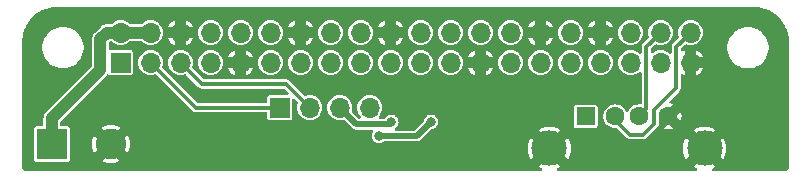
<source format=gbr>
%TF.GenerationSoftware,KiCad,Pcbnew,(7.0.0)*%
%TF.CreationDate,2023-02-23T12:30:24-05:00*%
%TF.ProjectId,PiOled,50694f6c-6564-42e6-9b69-6361645f7063,v3*%
%TF.SameCoordinates,Original*%
%TF.FileFunction,Copper,L2,Bot*%
%TF.FilePolarity,Positive*%
%FSLAX46Y46*%
G04 Gerber Fmt 4.6, Leading zero omitted, Abs format (unit mm)*
G04 Created by KiCad (PCBNEW (7.0.0)) date 2023-02-23 12:30:24*
%MOMM*%
%LPD*%
G01*
G04 APERTURE LIST*
%TA.AperFunction,ComponentPad*%
%ADD10R,1.700000X1.700000*%
%TD*%
%TA.AperFunction,ComponentPad*%
%ADD11O,1.700000X1.700000*%
%TD*%
%TA.AperFunction,ComponentPad*%
%ADD12R,2.600000X2.600000*%
%TD*%
%TA.AperFunction,ComponentPad*%
%ADD13C,2.600000*%
%TD*%
%TA.AperFunction,ComponentPad*%
%ADD14R,1.600000X1.500000*%
%TD*%
%TA.AperFunction,ComponentPad*%
%ADD15C,1.600000*%
%TD*%
%TA.AperFunction,ComponentPad*%
%ADD16C,3.000000*%
%TD*%
%TA.AperFunction,ViaPad*%
%ADD17C,0.800000*%
%TD*%
%TA.AperFunction,Conductor*%
%ADD18C,1.000000*%
%TD*%
%TA.AperFunction,Conductor*%
%ADD19C,0.350000*%
%TD*%
%TA.AperFunction,Conductor*%
%ADD20C,0.500000*%
%TD*%
G04 APERTURE END LIST*
D10*
%TO.P,J3,1,Pin_1*%
%TO.N,I2C_SDA*%
X100399999Y-69399999D03*
D11*
%TO.P,J3,2,Pin_2*%
%TO.N,I2C_SCL*%
X102939999Y-69399999D03*
%TO.P,J3,3,Pin_3*%
%TO.N,/PIN3*%
X105479999Y-69399999D03*
%TO.P,J3,4,Pin_4*%
%TO.N,/PIN4*%
X108019999Y-69399999D03*
%TD*%
D12*
%TO.P,J4,1,Pin_1*%
%TO.N,+5V*%
X81099999Y-72499999D03*
D13*
%TO.P,J4,2,Pin_2*%
%TO.N,GND*%
X86100000Y-72500000D03*
%TD*%
D14*
%TO.P,J5,1,VBUS*%
%TO.N,unconnected-(J5-VBUS-Pad1)*%
X126299999Y-70139999D03*
D15*
%TO.P,J5,2,D-*%
%TO.N,GPIO21*%
X128800000Y-70140000D03*
%TO.P,J5,3,D+*%
%TO.N,GPIO20*%
X130800000Y-70140000D03*
%TO.P,J5,4,GND*%
%TO.N,GND*%
X133300000Y-70140000D03*
D16*
%TO.P,J5,5,Shield*%
X123230000Y-72850000D03*
X136370000Y-72850000D03*
%TD*%
D10*
%TO.P,J1,1,3V3*%
%TO.N,+3.3VP*%
X86919999Y-65589999D03*
D11*
%TO.P,J1,2,5V*%
%TO.N,+5V*%
X86919999Y-63049999D03*
%TO.P,J1,3,SDA/GPIO2*%
%TO.N,I2C_SDA*%
X89459999Y-65589999D03*
%TO.P,J1,4,5V*%
%TO.N,+5V*%
X89459999Y-63049999D03*
%TO.P,J1,5,SCL/GPIO3*%
%TO.N,I2C_SCL*%
X91999999Y-65589999D03*
%TO.P,J1,6,GND*%
%TO.N,GND*%
X91999999Y-63049999D03*
%TO.P,J1,7,GCLK0/GPIO4*%
%TO.N,unconnected-(J1-GCLK0{slash}GPIO4-Pad7)*%
X94539999Y-65589999D03*
%TO.P,J1,8,GPIO14/TXD*%
%TO.N,unconnected-(J1-GPIO14{slash}TXD-Pad8)*%
X94539999Y-63049999D03*
%TO.P,J1,9,GND*%
%TO.N,GND*%
X97079999Y-65589999D03*
%TO.P,J1,10,GPIO15/RXD*%
%TO.N,unconnected-(J1-GPIO15{slash}RXD-Pad10)*%
X97079999Y-63049999D03*
%TO.P,J1,11,GPIO17*%
%TO.N,unconnected-(J1-GPIO17-Pad11)*%
X99619999Y-65589999D03*
%TO.P,J1,12,GPIO18/PWM0*%
%TO.N,unconnected-(J1-GPIO18{slash}PWM0-Pad12)*%
X99619999Y-63049999D03*
%TO.P,J1,13,GPIO27*%
%TO.N,unconnected-(J1-GPIO27-Pad13)*%
X102159999Y-65589999D03*
%TO.P,J1,14,GND*%
%TO.N,GND*%
X102159999Y-63049999D03*
%TO.P,J1,15,GPIO22*%
%TO.N,unconnected-(J1-GPIO22-Pad15)*%
X104699999Y-65589999D03*
%TO.P,J1,16,GPIO23*%
%TO.N,unconnected-(J1-GPIO23-Pad16)*%
X104699999Y-63049999D03*
%TO.P,J1,17,3V3*%
%TO.N,+3V3*%
X107239999Y-65589999D03*
%TO.P,J1,18,GPIO24*%
%TO.N,unconnected-(J1-GPIO24-Pad18)*%
X107239999Y-63049999D03*
%TO.P,J1,19,MOSI0/GPIO10*%
%TO.N,unconnected-(J1-MOSI0{slash}GPIO10-Pad19)*%
X109779999Y-65589999D03*
%TO.P,J1,20,GND*%
%TO.N,GND*%
X109779999Y-63049999D03*
%TO.P,J1,21,MISO0/GPIO9*%
%TO.N,unconnected-(J1-MISO0{slash}GPIO9-Pad21)*%
X112319999Y-65589999D03*
%TO.P,J1,22,GPIO25*%
%TO.N,unconnected-(J1-GPIO25-Pad22)*%
X112319999Y-63049999D03*
%TO.P,J1,23,SCLK0/GPIO11*%
%TO.N,unconnected-(J1-SCLK0{slash}GPIO11-Pad23)*%
X114859999Y-65589999D03*
%TO.P,J1,24,~{CE0}/GPIO8*%
%TO.N,unconnected-(J1-~{CE0}{slash}GPIO8-Pad24)*%
X114859999Y-63049999D03*
%TO.P,J1,25,GND*%
%TO.N,GND*%
X117399999Y-65589999D03*
%TO.P,J1,26,~{CE1}/GPIO7*%
%TO.N,unconnected-(J1-~{CE1}{slash}GPIO7-Pad26)*%
X117399999Y-63049999D03*
%TO.P,J1,27,ID_SD/GPIO0*%
%TO.N,unconnected-(J1-ID_SD{slash}GPIO0-Pad27)*%
X119939999Y-65589999D03*
%TO.P,J1,28,ID_SC/GPIO1*%
%TO.N,unconnected-(J1-ID_SC{slash}GPIO1-Pad28)*%
X119939999Y-63049999D03*
%TO.P,J1,29,GCLK1/GPIO5*%
%TO.N,unconnected-(J1-GCLK1{slash}GPIO5-Pad29)*%
X122479999Y-65589999D03*
%TO.P,J1,30,GND*%
%TO.N,GND*%
X122479999Y-63049999D03*
%TO.P,J1,31,GCLK2/GPIO6*%
%TO.N,unconnected-(J1-GCLK2{slash}GPIO6-Pad31)*%
X125019999Y-65589999D03*
%TO.P,J1,32,PWM0/GPIO12*%
%TO.N,unconnected-(J1-PWM0{slash}GPIO12-Pad32)*%
X125019999Y-63049999D03*
%TO.P,J1,33,PWM1/GPIO13*%
%TO.N,unconnected-(J1-PWM1{slash}GPIO13-Pad33)*%
X127559999Y-65589999D03*
%TO.P,J1,34,GND*%
%TO.N,GND*%
X127559999Y-63049999D03*
%TO.P,J1,35,GPIO19/MISO1*%
%TO.N,unconnected-(J1-GPIO19{slash}MISO1-Pad35)*%
X130099999Y-65589999D03*
%TO.P,J1,36,GPIO16*%
%TO.N,unconnected-(J1-GPIO16-Pad36)*%
X130099999Y-63049999D03*
%TO.P,J1,37,GPIO26*%
%TO.N,unconnected-(J1-GPIO26-Pad37)*%
X132639999Y-65589999D03*
%TO.P,J1,38,GPIO20/MOSI1*%
%TO.N,GPIO20*%
X132639999Y-63049999D03*
%TO.P,J1,39,GND*%
%TO.N,GND*%
X135179999Y-65589999D03*
%TO.P,J1,40,GPIO21/SCLK1*%
%TO.N,GPIO21*%
X135179999Y-63049999D03*
%TD*%
D17*
%TO.N,GND*%
X94000000Y-68500000D03*
X111000000Y-67500000D03*
X117000000Y-73000000D03*
X142000000Y-68000000D03*
X92000000Y-73000000D03*
X104000000Y-67500000D03*
X118000000Y-68000000D03*
X107000000Y-73000000D03*
X80000000Y-68000000D03*
X99000000Y-73000000D03*
X138000000Y-68000000D03*
X98500000Y-68500000D03*
X85500000Y-68000000D03*
X142000000Y-73000000D03*
%TO.N,/PIN4*%
X113200000Y-70600000D03*
X108800000Y-71800000D03*
%TO.N,/PIN3*%
X109843691Y-70600000D03*
%TD*%
D18*
%TO.N,+5V*%
X85200000Y-63600000D02*
X85200000Y-66200000D01*
X81100000Y-70300000D02*
X81100000Y-72500000D01*
X85750000Y-63050000D02*
X85200000Y-63600000D01*
X85200000Y-66200000D02*
X81100000Y-70300000D01*
X86920000Y-63050000D02*
X85750000Y-63050000D01*
X86920000Y-63050000D02*
X89460000Y-63050000D01*
D19*
%TO.N,I2C_SCL*%
X93810000Y-67400000D02*
X100940000Y-67400000D01*
X92000000Y-66060000D02*
X92000000Y-65590000D01*
X100940000Y-67400000D02*
X102940000Y-69400000D01*
X92000000Y-65590000D02*
X93810000Y-67400000D01*
%TO.N,I2C_SDA*%
X93270000Y-69400000D02*
X89460000Y-65590000D01*
X93270000Y-69400000D02*
X100400000Y-69400000D01*
%TO.N,GPIO21*%
X133955000Y-67745000D02*
X132100000Y-69600000D01*
X133955000Y-64275000D02*
X133955000Y-67745000D01*
X130080000Y-71700000D02*
X128800000Y-70420000D01*
X128800000Y-70420000D02*
X128800000Y-70140000D01*
X131150851Y-71700000D02*
X130080000Y-71700000D01*
X132100000Y-70750851D02*
X131150851Y-71700000D01*
X132100000Y-69600000D02*
X132100000Y-70750851D01*
X135180000Y-63050000D02*
X133955000Y-64275000D01*
%TO.N,GPIO20*%
X132640000Y-63050000D02*
X131415000Y-64275000D01*
X131415000Y-64275000D02*
X131415000Y-69525000D01*
X131415000Y-69525000D02*
X130800000Y-70140000D01*
D20*
%TO.N,/PIN4*%
X113200000Y-70600000D02*
X112000000Y-71800000D01*
X112000000Y-71800000D02*
X108800000Y-71800000D01*
%TO.N,/PIN3*%
X106880000Y-70800000D02*
X109643691Y-70800000D01*
X105480000Y-69400000D02*
X106880000Y-70800000D01*
X109643691Y-70800000D02*
X109843691Y-70600000D01*
%TD*%
%TA.AperFunction,Conductor*%
%TO.N,GND*%
G36*
X140549883Y-60868308D02*
G01*
X140869542Y-60886255D01*
X140883569Y-60887836D01*
X141195718Y-60940868D01*
X141209479Y-60944009D01*
X141513742Y-61031662D01*
X141527051Y-61036319D01*
X141819572Y-61157482D01*
X141832291Y-61163606D01*
X142109419Y-61316767D01*
X142121370Y-61324277D01*
X142289612Y-61443648D01*
X142379592Y-61507491D01*
X142390639Y-61516301D01*
X142626716Y-61727270D01*
X142636698Y-61737251D01*
X142847675Y-61973331D01*
X142856484Y-61984378D01*
X143039705Y-62242602D01*
X143047223Y-62254566D01*
X143200372Y-62531667D01*
X143206503Y-62544398D01*
X143327664Y-62836906D01*
X143332331Y-62850243D01*
X143419981Y-63154481D01*
X143423125Y-63168257D01*
X143476158Y-63480394D01*
X143477740Y-63494435D01*
X143495656Y-63813496D01*
X143495854Y-63820560D01*
X143495851Y-74485134D01*
X143486252Y-74533370D01*
X143485705Y-74534690D01*
X143469266Y-74563159D01*
X143410000Y-74640395D01*
X143386742Y-74663652D01*
X143309512Y-74722913D01*
X143281101Y-74739329D01*
X143280097Y-74739745D01*
X143279776Y-74739878D01*
X143231485Y-74749500D01*
X137144705Y-74749500D01*
X137080080Y-74731665D01*
X137033750Y-74683207D01*
X137018832Y-74617847D01*
X137039549Y-74554087D01*
X137090036Y-74509978D01*
X137272283Y-74422212D01*
X137278425Y-74418666D01*
X137285548Y-74411060D01*
X137279535Y-74401588D01*
X136381729Y-73503782D01*
X136369999Y-73497010D01*
X136358271Y-73503781D01*
X135460462Y-74401589D01*
X135454450Y-74411059D01*
X135461576Y-74418668D01*
X135467711Y-74422209D01*
X135649964Y-74509978D01*
X135700451Y-74554087D01*
X135721168Y-74617847D01*
X135706250Y-74683207D01*
X135659920Y-74731665D01*
X135595295Y-74749500D01*
X124004705Y-74749500D01*
X123940080Y-74731665D01*
X123893750Y-74683207D01*
X123878832Y-74617847D01*
X123899549Y-74554087D01*
X123950036Y-74509978D01*
X124132283Y-74422212D01*
X124138425Y-74418666D01*
X124145548Y-74411060D01*
X124139535Y-74401588D01*
X123241729Y-73503782D01*
X123229999Y-73497010D01*
X123218271Y-73503781D01*
X122320462Y-74401589D01*
X122314450Y-74411059D01*
X122321576Y-74418668D01*
X122327711Y-74422209D01*
X122509964Y-74509978D01*
X122560451Y-74554087D01*
X122581168Y-74617847D01*
X122566250Y-74683207D01*
X122519920Y-74731665D01*
X122455295Y-74749500D01*
X78861222Y-74749500D01*
X78812973Y-74739896D01*
X78811651Y-74739348D01*
X78783195Y-74722914D01*
X78705962Y-74663650D01*
X78682705Y-74640393D01*
X78623441Y-74563160D01*
X78606989Y-74534660D01*
X78606442Y-74533339D01*
X78596856Y-74485134D01*
X78596856Y-73814357D01*
X79591500Y-73814357D01*
X79591501Y-73820536D01*
X79592707Y-73826602D01*
X79592708Y-73826607D01*
X79601175Y-73869180D01*
X79601176Y-73869182D01*
X79603597Y-73881353D01*
X79610491Y-73891670D01*
X79642157Y-73939062D01*
X79649680Y-73950320D01*
X79718647Y-73996403D01*
X79779463Y-74008500D01*
X82420536Y-74008499D01*
X82481353Y-73996403D01*
X82550320Y-73950320D01*
X82575386Y-73912807D01*
X85332837Y-73912807D01*
X85340944Y-73920757D01*
X85363503Y-73934581D01*
X85372298Y-73939062D01*
X85596990Y-74032133D01*
X85606376Y-74035183D01*
X85842863Y-74091958D01*
X85852609Y-74093502D01*
X86095070Y-74112584D01*
X86104930Y-74112584D01*
X86347390Y-74093502D01*
X86357136Y-74091958D01*
X86593623Y-74035183D01*
X86603009Y-74032133D01*
X86827703Y-73939062D01*
X86836492Y-73934583D01*
X86859057Y-73920755D01*
X86867161Y-73912809D01*
X86861133Y-73903186D01*
X86111729Y-73153782D01*
X86099999Y-73147010D01*
X86088271Y-73153781D01*
X85338862Y-73903189D01*
X85332837Y-73912807D01*
X82575386Y-73912807D01*
X82596403Y-73881353D01*
X82608500Y-73820537D01*
X82608500Y-72504930D01*
X84487416Y-72504930D01*
X84506497Y-72747390D01*
X84508041Y-72757136D01*
X84564816Y-72993623D01*
X84567866Y-73003009D01*
X84660937Y-73227703D01*
X84665416Y-73236493D01*
X84679241Y-73259054D01*
X84687191Y-73267161D01*
X84696808Y-73261137D01*
X85446216Y-72511730D01*
X85452989Y-72499999D01*
X86747010Y-72499999D01*
X86753782Y-72511729D01*
X87503186Y-73261133D01*
X87512809Y-73267161D01*
X87520755Y-73259057D01*
X87534583Y-73236492D01*
X87539062Y-73227703D01*
X87632133Y-73003009D01*
X87635183Y-72993623D01*
X87668536Y-72854697D01*
X121417282Y-72854697D01*
X121436827Y-73115518D01*
X121438230Y-73124825D01*
X121496430Y-73379812D01*
X121499204Y-73388805D01*
X121594756Y-73632269D01*
X121598839Y-73640749D01*
X121664196Y-73753950D01*
X121671998Y-73762281D01*
X121681691Y-73756254D01*
X122576216Y-72861730D01*
X122582989Y-72849999D01*
X123877010Y-72849999D01*
X123883782Y-72861729D01*
X124778305Y-73756252D01*
X124788000Y-73762281D01*
X124795803Y-73753950D01*
X124861160Y-73640749D01*
X124865243Y-73632269D01*
X124960795Y-73388805D01*
X124963569Y-73379812D01*
X125021769Y-73124825D01*
X125023172Y-73115518D01*
X125042718Y-72854697D01*
X134557282Y-72854697D01*
X134576827Y-73115518D01*
X134578230Y-73124825D01*
X134636430Y-73379812D01*
X134639204Y-73388805D01*
X134734756Y-73632269D01*
X134738839Y-73640749D01*
X134804196Y-73753950D01*
X134811998Y-73762281D01*
X134821691Y-73756254D01*
X135716216Y-72861730D01*
X135722989Y-72849999D01*
X137017010Y-72849999D01*
X137023782Y-72861729D01*
X137918305Y-73756252D01*
X137928000Y-73762281D01*
X137935803Y-73753950D01*
X138001160Y-73640749D01*
X138005243Y-73632269D01*
X138100795Y-73388805D01*
X138103569Y-73379812D01*
X138161769Y-73124825D01*
X138163172Y-73115518D01*
X138182718Y-72854697D01*
X138182718Y-72845303D01*
X138163172Y-72584481D01*
X138161769Y-72575174D01*
X138103569Y-72320187D01*
X138100795Y-72311194D01*
X138005243Y-72067730D01*
X138001160Y-72059250D01*
X137935802Y-71946048D01*
X137928000Y-71937717D01*
X137918305Y-71943746D01*
X137023781Y-72838271D01*
X137017010Y-72849999D01*
X135722989Y-72849999D01*
X135716217Y-72838270D01*
X134821693Y-71943746D01*
X134811998Y-71937717D01*
X134804196Y-71946047D01*
X134738834Y-72059259D01*
X134734758Y-72067723D01*
X134639204Y-72311194D01*
X134636430Y-72320187D01*
X134578230Y-72575174D01*
X134576827Y-72584481D01*
X134557282Y-72845303D01*
X134557282Y-72854697D01*
X125042718Y-72854697D01*
X125042718Y-72845303D01*
X125023172Y-72584481D01*
X125021769Y-72575174D01*
X124963569Y-72320187D01*
X124960795Y-72311194D01*
X124865243Y-72067730D01*
X124861160Y-72059250D01*
X124795802Y-71946048D01*
X124788000Y-71937717D01*
X124778305Y-71943746D01*
X123883781Y-72838271D01*
X123877010Y-72849999D01*
X122582989Y-72849999D01*
X122576217Y-72838270D01*
X121681693Y-71943746D01*
X121671998Y-71937717D01*
X121664196Y-71946047D01*
X121598834Y-72059259D01*
X121594758Y-72067723D01*
X121499204Y-72311194D01*
X121496430Y-72320187D01*
X121438230Y-72575174D01*
X121436827Y-72584481D01*
X121417282Y-72845303D01*
X121417282Y-72854697D01*
X87668536Y-72854697D01*
X87691958Y-72757136D01*
X87693502Y-72747390D01*
X87712584Y-72504930D01*
X87712584Y-72495070D01*
X87693502Y-72252609D01*
X87691958Y-72242863D01*
X87635183Y-72006376D01*
X87632133Y-71996990D01*
X87539062Y-71772298D01*
X87534581Y-71763503D01*
X87520757Y-71740944D01*
X87512807Y-71732837D01*
X87503189Y-71738862D01*
X86753781Y-72488271D01*
X86747010Y-72499999D01*
X85452989Y-72499999D01*
X85446217Y-72488270D01*
X84696810Y-71738863D01*
X84687190Y-71732837D01*
X84679242Y-71740943D01*
X84665417Y-71763504D01*
X84660936Y-71772300D01*
X84567866Y-71996990D01*
X84564816Y-72006376D01*
X84508041Y-72242863D01*
X84506497Y-72252609D01*
X84487416Y-72495070D01*
X84487416Y-72504930D01*
X82608500Y-72504930D01*
X82608499Y-71179464D01*
X82600619Y-71139846D01*
X82598824Y-71130819D01*
X82598823Y-71130818D01*
X82596403Y-71118647D01*
X82575384Y-71087190D01*
X85332837Y-71087190D01*
X85338863Y-71096810D01*
X86088270Y-71846217D01*
X86099999Y-71852989D01*
X86111730Y-71846216D01*
X86861137Y-71096808D01*
X86867161Y-71087191D01*
X86859054Y-71079241D01*
X86836493Y-71065416D01*
X86827703Y-71060937D01*
X86603009Y-70967866D01*
X86593623Y-70964816D01*
X86357136Y-70908041D01*
X86347390Y-70906497D01*
X86104930Y-70887416D01*
X86095070Y-70887416D01*
X85852609Y-70906497D01*
X85842863Y-70908041D01*
X85606376Y-70964816D01*
X85596990Y-70967866D01*
X85372300Y-71060936D01*
X85363504Y-71065417D01*
X85340943Y-71079242D01*
X85332837Y-71087190D01*
X82575384Y-71087190D01*
X82550320Y-71049680D01*
X82539739Y-71042610D01*
X82491669Y-71010490D01*
X82491668Y-71010489D01*
X82481353Y-71003597D01*
X82461032Y-70999555D01*
X82426605Y-70992707D01*
X82420537Y-70991500D01*
X82414350Y-70991500D01*
X81934500Y-70991500D01*
X81871500Y-70974619D01*
X81825381Y-70928500D01*
X81808500Y-70865500D01*
X81808500Y-70645660D01*
X81818091Y-70597442D01*
X81845405Y-70556565D01*
X82800631Y-69601339D01*
X85683156Y-66718812D01*
X85688663Y-66713627D01*
X85734215Y-66673273D01*
X85761436Y-66633835D01*
X85810544Y-66591850D01*
X85874006Y-66579724D01*
X85935134Y-66600646D01*
X85988647Y-66636403D01*
X86049463Y-66648500D01*
X87790536Y-66648499D01*
X87851353Y-66636403D01*
X87920320Y-66590320D01*
X87966403Y-66521353D01*
X87978500Y-66460537D01*
X87978499Y-65590000D01*
X88396378Y-65590000D01*
X88416815Y-65797502D01*
X88477341Y-65997031D01*
X88480260Y-66002492D01*
X88572712Y-66175457D01*
X88572714Y-66175461D01*
X88575631Y-66180917D01*
X88579556Y-66185700D01*
X88579557Y-66185701D01*
X88596928Y-66206868D01*
X88707906Y-66342094D01*
X88869083Y-66474369D01*
X89052969Y-66572659D01*
X89252498Y-66633185D01*
X89460000Y-66653622D01*
X89667502Y-66633185D01*
X89673433Y-66631386D01*
X89820294Y-66586837D01*
X89887485Y-66585187D01*
X89945965Y-66618316D01*
X92961455Y-69633806D01*
X92977841Y-69653982D01*
X92983948Y-69663329D01*
X93003972Y-69678914D01*
X93009489Y-69683208D01*
X93013506Y-69686755D01*
X93013640Y-69686598D01*
X93017608Y-69689959D01*
X93021297Y-69693648D01*
X93025538Y-69696676D01*
X93025544Y-69696681D01*
X93038605Y-69706006D01*
X93042746Y-69709093D01*
X93084950Y-69741942D01*
X93092628Y-69744577D01*
X93099239Y-69749298D01*
X93145869Y-69763179D01*
X93150490Y-69764555D01*
X93155455Y-69766145D01*
X93206005Y-69783500D01*
X93214125Y-69783500D01*
X93221908Y-69785817D01*
X93275318Y-69783608D01*
X93280526Y-69783500D01*
X99215501Y-69783500D01*
X99278501Y-69800381D01*
X99324620Y-69846500D01*
X99341501Y-69909500D01*
X99341501Y-70270536D01*
X99342707Y-70276602D01*
X99342708Y-70276607D01*
X99351175Y-70319180D01*
X99351176Y-70319182D01*
X99353597Y-70331353D01*
X99399680Y-70400320D01*
X99468647Y-70446403D01*
X99529463Y-70458500D01*
X101270536Y-70458499D01*
X101331353Y-70446403D01*
X101400320Y-70400320D01*
X101446403Y-70331353D01*
X101458500Y-70270537D01*
X101458499Y-68765039D01*
X101472232Y-68707837D01*
X101510438Y-68663104D01*
X101564788Y-68640591D01*
X101623435Y-68645207D01*
X101673594Y-68675945D01*
X101911683Y-68914034D01*
X101944812Y-68972513D01*
X101943163Y-69039704D01*
X101898612Y-69186572D01*
X101898610Y-69186577D01*
X101896815Y-69192498D01*
X101896208Y-69198658D01*
X101896208Y-69198660D01*
X101878776Y-69375649D01*
X101876378Y-69400000D01*
X101896815Y-69607502D01*
X101898610Y-69613420D01*
X101898611Y-69613424D01*
X101944938Y-69766145D01*
X101957341Y-69807031D01*
X101960260Y-69812492D01*
X102052712Y-69985457D01*
X102052714Y-69985461D01*
X102055631Y-69990917D01*
X102059556Y-69995700D01*
X102059557Y-69995701D01*
X102183038Y-70146163D01*
X102187906Y-70152094D01*
X102349083Y-70284369D01*
X102532969Y-70382659D01*
X102732498Y-70443185D01*
X102940000Y-70463622D01*
X103147502Y-70443185D01*
X103347031Y-70382659D01*
X103530917Y-70284369D01*
X103692094Y-70152094D01*
X103824369Y-69990917D01*
X103922659Y-69807031D01*
X103983185Y-69607502D01*
X104003622Y-69400000D01*
X104416378Y-69400000D01*
X104436815Y-69607502D01*
X104438610Y-69613420D01*
X104438611Y-69613424D01*
X104484938Y-69766145D01*
X104497341Y-69807031D01*
X104500260Y-69812492D01*
X104592712Y-69985457D01*
X104592714Y-69985461D01*
X104595631Y-69990917D01*
X104599556Y-69995700D01*
X104599557Y-69995701D01*
X104723038Y-70146163D01*
X104727906Y-70152094D01*
X104889083Y-70284369D01*
X105072969Y-70382659D01*
X105272498Y-70443185D01*
X105480000Y-70463622D01*
X105687502Y-70443185D01*
X105694211Y-70441150D01*
X105758914Y-70421523D01*
X105826105Y-70419873D01*
X105884585Y-70453002D01*
X106532577Y-71100994D01*
X106541993Y-71111530D01*
X106558405Y-71132111D01*
X106564618Y-71139901D01*
X106600415Y-71164307D01*
X106612674Y-71172665D01*
X106616518Y-71175391D01*
X106663338Y-71209946D01*
X106671592Y-71212834D01*
X106678817Y-71217760D01*
X106734448Y-71234920D01*
X106738830Y-71236361D01*
X106793797Y-71255596D01*
X106802537Y-71255923D01*
X106810892Y-71258500D01*
X106869050Y-71258500D01*
X106873760Y-71258587D01*
X106931916Y-71260764D01*
X106938735Y-71258936D01*
X106946515Y-71258500D01*
X108193008Y-71258500D01*
X108259545Y-71277501D01*
X108306014Y-71328772D01*
X108318401Y-71396850D01*
X108292970Y-71461204D01*
X108273504Y-71486571D01*
X108273500Y-71486576D01*
X108268476Y-71493125D01*
X108265318Y-71500748D01*
X108265315Y-71500754D01*
X108210322Y-71633520D01*
X108207162Y-71641150D01*
X108206085Y-71649330D01*
X108206083Y-71649338D01*
X108194024Y-71740943D01*
X108186249Y-71800000D01*
X108187327Y-71808188D01*
X108206083Y-71950661D01*
X108206084Y-71950667D01*
X108207162Y-71958850D01*
X108210321Y-71966478D01*
X108210322Y-71966479D01*
X108261112Y-72089099D01*
X108268476Y-72106876D01*
X108366013Y-72233987D01*
X108493124Y-72331524D01*
X108641150Y-72392838D01*
X108800000Y-72413751D01*
X108958850Y-72392838D01*
X109106876Y-72331524D01*
X109168108Y-72284537D01*
X109204311Y-72265187D01*
X109244813Y-72258500D01*
X111967172Y-72258500D01*
X111981279Y-72259291D01*
X112017338Y-72263355D01*
X112074527Y-72252533D01*
X112079142Y-72251749D01*
X112136672Y-72243079D01*
X112144550Y-72239284D01*
X112153143Y-72237659D01*
X112204584Y-72210470D01*
X112208749Y-72208367D01*
X112261200Y-72183110D01*
X112267612Y-72177160D01*
X112275342Y-72173075D01*
X112316516Y-72131899D01*
X112319827Y-72128709D01*
X112362519Y-72089099D01*
X112366048Y-72082984D01*
X112371228Y-72077187D01*
X113159475Y-71288939D01*
X122314450Y-71288939D01*
X122320464Y-71298411D01*
X123218270Y-72196217D01*
X123229999Y-72202989D01*
X123241730Y-72196216D01*
X124139536Y-71298409D01*
X124145548Y-71288940D01*
X124138422Y-71281332D01*
X124132282Y-71277787D01*
X123896638Y-71164307D01*
X123887881Y-71160870D01*
X123637947Y-71083775D01*
X123628790Y-71081685D01*
X123370152Y-71042702D01*
X123360775Y-71042000D01*
X123099225Y-71042000D01*
X123089847Y-71042702D01*
X122831209Y-71081685D01*
X122822052Y-71083775D01*
X122572118Y-71160870D01*
X122563361Y-71164307D01*
X122327719Y-71277785D01*
X122321575Y-71281333D01*
X122314450Y-71288939D01*
X113159475Y-71288939D01*
X113209678Y-71238736D01*
X113243043Y-71214828D01*
X113282324Y-71202912D01*
X113358850Y-71192838D01*
X113506876Y-71131524D01*
X113633987Y-71033987D01*
X113731524Y-70906876D01*
X113732567Y-70904357D01*
X125291500Y-70904357D01*
X125291501Y-70910536D01*
X125292707Y-70916602D01*
X125292708Y-70916607D01*
X125301175Y-70959180D01*
X125301176Y-70959182D01*
X125303597Y-70971353D01*
X125349680Y-71040320D01*
X125418647Y-71086403D01*
X125479463Y-71098500D01*
X127120536Y-71098499D01*
X127181353Y-71086403D01*
X127250320Y-71040320D01*
X127296403Y-70971353D01*
X127308500Y-70910537D01*
X127308499Y-70140000D01*
X127786620Y-70140000D01*
X127787227Y-70146163D01*
X127805484Y-70331538D01*
X127805485Y-70331547D01*
X127806092Y-70337701D01*
X127807887Y-70343619D01*
X127807888Y-70343623D01*
X127844290Y-70463622D01*
X127863759Y-70527804D01*
X127957405Y-70703004D01*
X127961330Y-70707787D01*
X127961331Y-70707788D01*
X128049191Y-70814846D01*
X128083432Y-70856568D01*
X128236996Y-70982595D01*
X128412196Y-71076241D01*
X128602299Y-71133908D01*
X128608460Y-71134514D01*
X128608461Y-71134515D01*
X128793837Y-71152773D01*
X128800000Y-71153380D01*
X128914595Y-71142093D01*
X128969393Y-71148851D01*
X129016040Y-71178391D01*
X129771455Y-71933806D01*
X129787841Y-71953982D01*
X129793948Y-71963329D01*
X129819489Y-71983208D01*
X129823502Y-71986752D01*
X129823636Y-71986594D01*
X129827603Y-71989954D01*
X129831296Y-71993647D01*
X129848621Y-72006017D01*
X129852764Y-72009107D01*
X129886710Y-72035529D01*
X129886712Y-72035530D01*
X129894950Y-72041942D01*
X129902628Y-72044578D01*
X129909238Y-72049297D01*
X129960516Y-72064562D01*
X129965429Y-72066137D01*
X130006126Y-72080109D01*
X130006129Y-72080109D01*
X130016005Y-72083500D01*
X130024125Y-72083500D01*
X130031908Y-72085817D01*
X130085318Y-72083608D01*
X130090526Y-72083500D01*
X131098009Y-72083500D01*
X131123865Y-72086181D01*
X131134783Y-72088471D01*
X131166897Y-72084468D01*
X131172240Y-72084136D01*
X131172223Y-72083931D01*
X131177421Y-72083500D01*
X131182631Y-72083500D01*
X131203596Y-72080001D01*
X131208685Y-72079259D01*
X131261790Y-72072640D01*
X131269085Y-72069073D01*
X131277095Y-72067737D01*
X131311168Y-72049297D01*
X131324119Y-72042288D01*
X131328754Y-72039902D01*
X131376775Y-72016427D01*
X131382516Y-72010685D01*
X131389659Y-72006820D01*
X131425897Y-71967453D01*
X131429457Y-71963743D01*
X132104261Y-71288939D01*
X135454450Y-71288939D01*
X135460464Y-71298411D01*
X136358270Y-72196217D01*
X136369999Y-72202989D01*
X136381730Y-72196216D01*
X137279536Y-71298409D01*
X137285548Y-71288940D01*
X137278422Y-71281332D01*
X137272282Y-71277787D01*
X137036638Y-71164307D01*
X137027881Y-71160870D01*
X136777947Y-71083775D01*
X136768790Y-71081685D01*
X136510152Y-71042702D01*
X136500775Y-71042000D01*
X136239225Y-71042000D01*
X136229847Y-71042702D01*
X135971209Y-71081685D01*
X135962052Y-71083775D01*
X135712118Y-71160870D01*
X135703361Y-71164307D01*
X135467719Y-71277785D01*
X135461575Y-71281333D01*
X135454450Y-71288939D01*
X132104261Y-71288939D01*
X132218558Y-71174642D01*
X132911468Y-71174642D01*
X132920986Y-71181408D01*
X132990047Y-71208163D01*
X133001209Y-71211339D01*
X133191601Y-71246929D01*
X133203157Y-71248000D01*
X133396843Y-71248000D01*
X133408398Y-71246929D01*
X133598790Y-71211339D01*
X133609952Y-71208163D01*
X133679012Y-71181408D01*
X133688530Y-71174642D01*
X133682555Y-71164608D01*
X133311729Y-70793782D01*
X133299999Y-70787010D01*
X133288271Y-70793781D01*
X132917443Y-71164608D01*
X132911468Y-71174642D01*
X132218558Y-71174642D01*
X132333811Y-71059389D01*
X132353984Y-71043007D01*
X132363329Y-71036903D01*
X132383210Y-71011357D01*
X132386756Y-71007362D01*
X132386589Y-71007221D01*
X132389956Y-71003245D01*
X132393647Y-70999555D01*
X132406014Y-70982232D01*
X132409093Y-70978103D01*
X132441942Y-70935901D01*
X132444578Y-70928222D01*
X132449297Y-70921613D01*
X132464557Y-70870349D01*
X132466135Y-70865423D01*
X132483500Y-70814846D01*
X132483500Y-70806726D01*
X132485817Y-70798943D01*
X132483608Y-70745532D01*
X132483500Y-70740325D01*
X132483500Y-70366637D01*
X132493091Y-70318419D01*
X132520405Y-70277542D01*
X132657948Y-70139999D01*
X133947010Y-70139999D01*
X133953782Y-70151729D01*
X134327383Y-70525330D01*
X134337531Y-70531215D01*
X134343532Y-70521138D01*
X134392205Y-70350070D01*
X134394337Y-70338663D01*
X134412209Y-70145806D01*
X134412209Y-70134194D01*
X134394338Y-69941338D01*
X134392204Y-69929926D01*
X134343533Y-69758862D01*
X134337531Y-69748783D01*
X134327383Y-69754668D01*
X133953781Y-70128271D01*
X133947010Y-70139999D01*
X132657948Y-70139999D01*
X133300000Y-69497947D01*
X133299999Y-69497947D01*
X133682556Y-69115389D01*
X133688530Y-69105356D01*
X133679010Y-69098589D01*
X133609951Y-69071835D01*
X133598793Y-69068660D01*
X133475609Y-69045634D01*
X133414957Y-69015868D01*
X133378400Y-68959051D01*
X133376449Y-68891517D01*
X133409663Y-68832687D01*
X134188815Y-68053534D01*
X134208984Y-68037156D01*
X134218329Y-68031052D01*
X134238210Y-68005506D01*
X134241756Y-68001511D01*
X134241589Y-68001370D01*
X134244958Y-67997392D01*
X134248647Y-67993704D01*
X134261011Y-67976384D01*
X134264085Y-67972262D01*
X134296942Y-67930050D01*
X134299578Y-67922369D01*
X134304297Y-67915761D01*
X134319564Y-67864477D01*
X134321117Y-67859627D01*
X134338500Y-67808995D01*
X134338500Y-67800875D01*
X134340817Y-67793092D01*
X134338608Y-67739681D01*
X134338500Y-67734474D01*
X134338500Y-66657184D01*
X134355869Y-66593346D01*
X134403188Y-66547108D01*
X134467410Y-66531218D01*
X134530830Y-66550057D01*
X134656666Y-66627971D01*
X134667052Y-66633142D01*
X134711680Y-66650431D01*
X134723208Y-66651904D01*
X134726000Y-66640621D01*
X135634000Y-66640621D01*
X135636791Y-66651904D01*
X135648319Y-66650431D01*
X135692947Y-66633142D01*
X135703325Y-66627975D01*
X135875885Y-66521131D01*
X135885148Y-66514135D01*
X136035133Y-66377407D01*
X136042950Y-66368831D01*
X136165258Y-66206868D01*
X136171366Y-66197003D01*
X136240380Y-66058407D01*
X136242798Y-66046945D01*
X136231458Y-66044000D01*
X135650590Y-66044000D01*
X135637506Y-66047506D01*
X135634000Y-66060590D01*
X135634000Y-66640621D01*
X134726000Y-66640621D01*
X134726000Y-65119410D01*
X135634000Y-65119410D01*
X135637506Y-65132493D01*
X135650590Y-65136000D01*
X136231458Y-65136000D01*
X136242798Y-65133054D01*
X136240380Y-65121592D01*
X136171366Y-64982996D01*
X136165258Y-64973131D01*
X136042950Y-64811168D01*
X136035133Y-64802592D01*
X135885148Y-64665864D01*
X135875885Y-64658868D01*
X135703325Y-64552024D01*
X135692947Y-64546857D01*
X135648319Y-64529568D01*
X135636791Y-64528095D01*
X135634000Y-64539379D01*
X135634000Y-65119410D01*
X134726000Y-65119410D01*
X134726000Y-64539379D01*
X134723208Y-64528095D01*
X134711680Y-64529568D01*
X134667052Y-64546857D01*
X134656666Y-64552028D01*
X134530830Y-64629943D01*
X134467410Y-64648782D01*
X134403188Y-64632892D01*
X134355869Y-64586654D01*
X134338500Y-64522816D01*
X134338500Y-64486042D01*
X134343445Y-64461182D01*
X138289500Y-64461182D01*
X138290201Y-64465836D01*
X138290202Y-64465842D01*
X138327901Y-64715955D01*
X138327902Y-64715962D01*
X138328604Y-64720615D01*
X138329994Y-64725121D01*
X138404546Y-64966816D01*
X138404549Y-64966825D01*
X138405937Y-64971323D01*
X138407982Y-64975569D01*
X138407983Y-64975572D01*
X138421934Y-65004542D01*
X138519772Y-65207704D01*
X138522426Y-65211597D01*
X138522428Y-65211600D01*
X138664908Y-65420580D01*
X138664912Y-65420586D01*
X138667567Y-65424479D01*
X138670767Y-65427928D01*
X138670772Y-65427934D01*
X138815429Y-65583837D01*
X138846019Y-65616805D01*
X139051143Y-65780386D01*
X139278357Y-65911568D01*
X139522584Y-66007420D01*
X139778370Y-66065802D01*
X139974506Y-66080500D01*
X140103141Y-66080500D01*
X140105494Y-66080500D01*
X140301630Y-66065802D01*
X140557416Y-66007420D01*
X140801643Y-65911568D01*
X141028857Y-65780386D01*
X141233981Y-65616805D01*
X141412433Y-65424479D01*
X141560228Y-65207704D01*
X141674063Y-64971323D01*
X141751396Y-64720615D01*
X141790500Y-64461182D01*
X141790500Y-64198818D01*
X141751396Y-63939385D01*
X141674063Y-63688677D01*
X141560228Y-63452296D01*
X141530685Y-63408964D01*
X141415091Y-63239419D01*
X141415088Y-63239415D01*
X141412433Y-63235521D01*
X141409231Y-63232070D01*
X141409227Y-63232065D01*
X141269219Y-63081173D01*
X141233981Y-63043195D01*
X141205221Y-63020260D01*
X141032537Y-62882549D01*
X141028857Y-62879614D01*
X141024780Y-62877260D01*
X141024777Y-62877258D01*
X140805730Y-62750791D01*
X140805723Y-62750787D01*
X140801643Y-62748432D01*
X140557416Y-62652580D01*
X140515308Y-62642969D01*
X140306231Y-62595248D01*
X140306228Y-62595247D01*
X140301630Y-62594198D01*
X140296928Y-62593845D01*
X140296924Y-62593845D01*
X140107836Y-62579675D01*
X140107822Y-62579674D01*
X140105494Y-62579500D01*
X139974506Y-62579500D01*
X139972178Y-62579674D01*
X139972163Y-62579675D01*
X139783075Y-62593845D01*
X139783069Y-62593845D01*
X139778370Y-62594198D01*
X139773772Y-62595247D01*
X139773768Y-62595248D01*
X139527183Y-62651530D01*
X139527179Y-62651531D01*
X139522584Y-62652580D01*
X139518196Y-62654302D01*
X139518190Y-62654304D01*
X139282749Y-62746708D01*
X139282745Y-62746709D01*
X139278357Y-62748432D01*
X139274281Y-62750784D01*
X139274269Y-62750791D01*
X139055222Y-62877258D01*
X139055212Y-62877264D01*
X139051143Y-62879614D01*
X139047466Y-62882546D01*
X139047462Y-62882549D01*
X138849698Y-63040260D01*
X138849689Y-63040267D01*
X138846019Y-63043195D01*
X138842823Y-63046638D01*
X138842818Y-63046644D01*
X138670772Y-63232065D01*
X138670761Y-63232077D01*
X138667567Y-63235521D01*
X138664917Y-63239407D01*
X138664908Y-63239419D01*
X138522428Y-63448399D01*
X138522422Y-63448407D01*
X138519772Y-63452296D01*
X138517727Y-63456541D01*
X138517726Y-63456544D01*
X138407983Y-63684427D01*
X138407979Y-63684434D01*
X138405937Y-63688677D01*
X138404551Y-63693170D01*
X138404546Y-63693183D01*
X138330151Y-63934369D01*
X138328604Y-63939385D01*
X138327903Y-63944034D01*
X138327901Y-63944044D01*
X138290202Y-64194157D01*
X138290201Y-64194164D01*
X138289500Y-64198818D01*
X138289500Y-64461182D01*
X134343445Y-64461182D01*
X134348091Y-64437824D01*
X134375404Y-64396947D01*
X134398599Y-64373751D01*
X134694035Y-64078314D01*
X134752513Y-64045187D01*
X134819704Y-64046835D01*
X134972498Y-64093185D01*
X135180000Y-64113622D01*
X135387502Y-64093185D01*
X135587031Y-64032659D01*
X135770917Y-63934369D01*
X135932094Y-63802094D01*
X136064369Y-63640917D01*
X136162659Y-63457031D01*
X136223185Y-63257502D01*
X136243622Y-63050000D01*
X136223185Y-62842498D01*
X136162659Y-62642969D01*
X136075056Y-62479076D01*
X136067287Y-62464542D01*
X136067286Y-62464541D01*
X136064369Y-62459083D01*
X135932094Y-62297906D01*
X135871734Y-62248370D01*
X135775701Y-62169557D01*
X135775700Y-62169556D01*
X135770917Y-62165631D01*
X135765461Y-62162714D01*
X135765457Y-62162712D01*
X135592492Y-62070260D01*
X135587031Y-62067341D01*
X135575674Y-62063896D01*
X135393424Y-62008611D01*
X135393420Y-62008610D01*
X135387502Y-62006815D01*
X135180000Y-61986378D01*
X135173837Y-61986985D01*
X134978660Y-62006208D01*
X134978658Y-62006208D01*
X134972498Y-62006815D01*
X134966581Y-62008609D01*
X134966575Y-62008611D01*
X134778892Y-62065544D01*
X134778889Y-62065545D01*
X134772969Y-62067341D01*
X134767511Y-62070258D01*
X134767507Y-62070260D01*
X134594542Y-62162712D01*
X134594533Y-62162717D01*
X134589083Y-62165631D01*
X134584304Y-62169552D01*
X134584298Y-62169557D01*
X134432685Y-62293983D01*
X134432679Y-62293988D01*
X134427906Y-62297906D01*
X134423988Y-62302679D01*
X134423983Y-62302685D01*
X134299557Y-62454298D01*
X134299552Y-62454304D01*
X134295631Y-62459083D01*
X134292717Y-62464533D01*
X134292712Y-62464542D01*
X134200260Y-62637507D01*
X134200258Y-62637511D01*
X134197341Y-62642969D01*
X134195545Y-62648889D01*
X134195544Y-62648892D01*
X134138611Y-62836575D01*
X134138609Y-62836581D01*
X134136815Y-62842498D01*
X134136208Y-62848658D01*
X134136208Y-62848660D01*
X134136052Y-62850243D01*
X134116378Y-63050000D01*
X134136815Y-63257502D01*
X134138611Y-63263423D01*
X134138612Y-63263427D01*
X134183163Y-63410294D01*
X134184812Y-63477485D01*
X134151683Y-63535964D01*
X133721189Y-63966458D01*
X133701019Y-63982840D01*
X133700413Y-63983235D01*
X133700408Y-63983239D01*
X133691671Y-63988948D01*
X133685258Y-63997186D01*
X133685258Y-63997187D01*
X133671785Y-64014496D01*
X133668252Y-64018514D01*
X133668400Y-64018640D01*
X133665032Y-64022615D01*
X133661353Y-64026296D01*
X133658331Y-64030527D01*
X133658326Y-64030534D01*
X133648997Y-64043599D01*
X133645891Y-64047764D01*
X133619465Y-64081716D01*
X133619461Y-64081722D01*
X133613058Y-64089950D01*
X133610421Y-64097630D01*
X133605703Y-64104239D01*
X133602727Y-64114234D01*
X133602724Y-64114241D01*
X133590442Y-64155495D01*
X133588854Y-64160450D01*
X133571500Y-64211005D01*
X133571500Y-64219125D01*
X133569183Y-64226908D01*
X133569614Y-64237340D01*
X133569614Y-64237344D01*
X133571392Y-64280319D01*
X133571500Y-64285526D01*
X133571500Y-64718736D01*
X133551952Y-64786146D01*
X133499372Y-64832639D01*
X133430076Y-64843788D01*
X133365566Y-64816135D01*
X133235701Y-64709557D01*
X133235700Y-64709556D01*
X133230917Y-64705631D01*
X133225461Y-64702714D01*
X133225457Y-64702712D01*
X133052492Y-64610260D01*
X133047031Y-64607341D01*
X132978835Y-64586654D01*
X132853424Y-64548611D01*
X132853420Y-64548610D01*
X132847502Y-64546815D01*
X132640000Y-64526378D01*
X132633837Y-64526985D01*
X132438660Y-64546208D01*
X132438658Y-64546208D01*
X132432498Y-64546815D01*
X132426581Y-64548609D01*
X132426575Y-64548611D01*
X132238892Y-64605544D01*
X132238889Y-64605545D01*
X132232969Y-64607341D01*
X132227511Y-64610258D01*
X132227507Y-64610260D01*
X132054542Y-64702712D01*
X132054533Y-64702717D01*
X132049083Y-64705631D01*
X132044304Y-64709552D01*
X132044298Y-64709557D01*
X132004434Y-64742274D01*
X131939924Y-64769927D01*
X131870628Y-64758778D01*
X131818049Y-64712285D01*
X131798500Y-64644875D01*
X131798500Y-64486042D01*
X131808091Y-64437824D01*
X131835404Y-64396947D01*
X131858599Y-64373751D01*
X132154035Y-64078314D01*
X132212513Y-64045187D01*
X132279704Y-64046835D01*
X132432498Y-64093185D01*
X132640000Y-64113622D01*
X132847502Y-64093185D01*
X133047031Y-64032659D01*
X133230917Y-63934369D01*
X133392094Y-63802094D01*
X133524369Y-63640917D01*
X133622659Y-63457031D01*
X133683185Y-63257502D01*
X133703622Y-63050000D01*
X133683185Y-62842498D01*
X133622659Y-62642969D01*
X133535056Y-62479076D01*
X133527287Y-62464542D01*
X133527286Y-62464541D01*
X133524369Y-62459083D01*
X133392094Y-62297906D01*
X133331734Y-62248370D01*
X133235701Y-62169557D01*
X133235700Y-62169556D01*
X133230917Y-62165631D01*
X133225461Y-62162714D01*
X133225457Y-62162712D01*
X133052492Y-62070260D01*
X133047031Y-62067341D01*
X133035674Y-62063896D01*
X132853424Y-62008611D01*
X132853420Y-62008610D01*
X132847502Y-62006815D01*
X132640000Y-61986378D01*
X132633837Y-61986985D01*
X132438660Y-62006208D01*
X132438658Y-62006208D01*
X132432498Y-62006815D01*
X132426581Y-62008609D01*
X132426575Y-62008611D01*
X132238892Y-62065544D01*
X132238889Y-62065545D01*
X132232969Y-62067341D01*
X132227511Y-62070258D01*
X132227507Y-62070260D01*
X132054542Y-62162712D01*
X132054533Y-62162717D01*
X132049083Y-62165631D01*
X132044304Y-62169552D01*
X132044298Y-62169557D01*
X131892685Y-62293983D01*
X131892679Y-62293988D01*
X131887906Y-62297906D01*
X131883988Y-62302679D01*
X131883983Y-62302685D01*
X131759557Y-62454298D01*
X131759552Y-62454304D01*
X131755631Y-62459083D01*
X131752717Y-62464533D01*
X131752712Y-62464542D01*
X131660260Y-62637507D01*
X131660258Y-62637511D01*
X131657341Y-62642969D01*
X131655545Y-62648889D01*
X131655544Y-62648892D01*
X131598611Y-62836575D01*
X131598609Y-62836581D01*
X131596815Y-62842498D01*
X131596208Y-62848658D01*
X131596208Y-62848660D01*
X131596052Y-62850243D01*
X131576378Y-63050000D01*
X131596815Y-63257502D01*
X131598611Y-63263423D01*
X131598612Y-63263427D01*
X131643163Y-63410294D01*
X131644812Y-63477485D01*
X131611683Y-63535964D01*
X131181189Y-63966458D01*
X131161019Y-63982840D01*
X131160413Y-63983235D01*
X131160408Y-63983239D01*
X131151671Y-63988948D01*
X131145258Y-63997186D01*
X131145258Y-63997187D01*
X131131785Y-64014496D01*
X131128252Y-64018514D01*
X131128400Y-64018640D01*
X131125032Y-64022615D01*
X131121353Y-64026296D01*
X131118331Y-64030527D01*
X131118326Y-64030534D01*
X131108997Y-64043599D01*
X131105891Y-64047764D01*
X131079465Y-64081716D01*
X131079461Y-64081722D01*
X131073058Y-64089950D01*
X131070421Y-64097630D01*
X131065703Y-64104239D01*
X131062727Y-64114234D01*
X131062724Y-64114241D01*
X131050442Y-64155495D01*
X131048854Y-64160450D01*
X131031500Y-64211005D01*
X131031500Y-64219125D01*
X131029183Y-64226908D01*
X131029614Y-64237340D01*
X131029614Y-64237344D01*
X131031392Y-64280319D01*
X131031500Y-64285526D01*
X131031500Y-64718736D01*
X131011952Y-64786146D01*
X130959372Y-64832639D01*
X130890076Y-64843788D01*
X130825566Y-64816135D01*
X130695701Y-64709557D01*
X130695700Y-64709556D01*
X130690917Y-64705631D01*
X130685461Y-64702714D01*
X130685457Y-64702712D01*
X130512492Y-64610260D01*
X130507031Y-64607341D01*
X130438835Y-64586654D01*
X130313424Y-64548611D01*
X130313420Y-64548610D01*
X130307502Y-64546815D01*
X130100000Y-64526378D01*
X130093837Y-64526985D01*
X129898660Y-64546208D01*
X129898658Y-64546208D01*
X129892498Y-64546815D01*
X129886581Y-64548609D01*
X129886575Y-64548611D01*
X129698892Y-64605544D01*
X129698889Y-64605545D01*
X129692969Y-64607341D01*
X129687511Y-64610258D01*
X129687507Y-64610260D01*
X129514542Y-64702712D01*
X129514533Y-64702717D01*
X129509083Y-64705631D01*
X129504304Y-64709552D01*
X129504298Y-64709557D01*
X129352685Y-64833983D01*
X129352679Y-64833988D01*
X129347906Y-64837906D01*
X129343988Y-64842679D01*
X129343983Y-64842685D01*
X129219557Y-64994298D01*
X129219552Y-64994304D01*
X129215631Y-64999083D01*
X129212717Y-65004533D01*
X129212712Y-65004542D01*
X129120260Y-65177507D01*
X129120258Y-65177511D01*
X129117341Y-65182969D01*
X129115545Y-65188889D01*
X129115544Y-65188892D01*
X129058611Y-65376575D01*
X129058609Y-65376581D01*
X129056815Y-65382498D01*
X129036378Y-65590000D01*
X129056815Y-65797502D01*
X129117341Y-65997031D01*
X129120260Y-66002492D01*
X129212712Y-66175457D01*
X129212714Y-66175461D01*
X129215631Y-66180917D01*
X129219556Y-66185700D01*
X129219557Y-66185701D01*
X129236928Y-66206868D01*
X129347906Y-66342094D01*
X129509083Y-66474369D01*
X129692969Y-66572659D01*
X129892498Y-66633185D01*
X130100000Y-66653622D01*
X130307502Y-66633185D01*
X130507031Y-66572659D01*
X130690917Y-66474369D01*
X130825566Y-66363864D01*
X130890076Y-66336212D01*
X130959372Y-66347361D01*
X131011952Y-66393854D01*
X131031500Y-66461264D01*
X131031500Y-69010402D01*
X131012499Y-69076939D01*
X130961228Y-69123408D01*
X130893150Y-69135794D01*
X130800000Y-69126620D01*
X130793837Y-69127227D01*
X130608461Y-69145484D01*
X130608450Y-69145486D01*
X130602299Y-69146092D01*
X130596382Y-69147886D01*
X130596376Y-69147888D01*
X130418119Y-69201962D01*
X130418116Y-69201963D01*
X130412196Y-69203759D01*
X130406738Y-69206676D01*
X130406734Y-69206678D01*
X130242454Y-69294487D01*
X130242449Y-69294490D01*
X130236996Y-69297405D01*
X130232217Y-69301326D01*
X130232211Y-69301331D01*
X130088211Y-69419509D01*
X130088205Y-69419514D01*
X130083432Y-69423432D01*
X130079514Y-69428205D01*
X130079509Y-69428211D01*
X129961331Y-69572211D01*
X129961326Y-69572217D01*
X129957405Y-69576996D01*
X129954487Y-69582454D01*
X129954487Y-69582455D01*
X129911122Y-69663585D01*
X129864777Y-69712263D01*
X129800000Y-69730189D01*
X129735223Y-69712263D01*
X129688878Y-69663585D01*
X129662066Y-69613424D01*
X129642595Y-69576996D01*
X129516568Y-69423432D01*
X129480506Y-69393837D01*
X129367788Y-69301331D01*
X129367787Y-69301330D01*
X129363004Y-69297405D01*
X129187804Y-69203759D01*
X129154304Y-69193597D01*
X129003623Y-69147888D01*
X129003619Y-69147887D01*
X128997701Y-69146092D01*
X128991547Y-69145485D01*
X128991538Y-69145484D01*
X128806163Y-69127227D01*
X128800000Y-69126620D01*
X128793837Y-69127227D01*
X128608461Y-69145484D01*
X128608450Y-69145486D01*
X128602299Y-69146092D01*
X128596382Y-69147886D01*
X128596376Y-69147888D01*
X128418119Y-69201962D01*
X128418116Y-69201963D01*
X128412196Y-69203759D01*
X128406738Y-69206676D01*
X128406734Y-69206678D01*
X128242454Y-69294487D01*
X128242449Y-69294490D01*
X128236996Y-69297405D01*
X128232217Y-69301326D01*
X128232211Y-69301331D01*
X128088211Y-69419509D01*
X128088205Y-69419514D01*
X128083432Y-69423432D01*
X128079514Y-69428205D01*
X128079509Y-69428211D01*
X127961331Y-69572211D01*
X127961326Y-69572217D01*
X127957405Y-69576996D01*
X127954490Y-69582449D01*
X127954487Y-69582454D01*
X127866678Y-69746734D01*
X127863759Y-69752196D01*
X127861963Y-69758116D01*
X127861962Y-69758119D01*
X127807888Y-69936376D01*
X127807886Y-69936382D01*
X127806092Y-69942299D01*
X127805486Y-69948450D01*
X127805484Y-69948461D01*
X127790785Y-70097711D01*
X127786620Y-70140000D01*
X127308499Y-70140000D01*
X127308499Y-69369464D01*
X127296403Y-69308647D01*
X127250320Y-69239680D01*
X127181353Y-69193597D01*
X127120537Y-69181500D01*
X127114350Y-69181500D01*
X125485652Y-69181500D01*
X125485641Y-69181500D01*
X125479464Y-69181501D01*
X125473398Y-69182707D01*
X125473392Y-69182708D01*
X125430819Y-69191175D01*
X125430813Y-69191177D01*
X125418647Y-69193597D01*
X125408330Y-69200490D01*
X125408329Y-69200491D01*
X125359993Y-69232788D01*
X125359990Y-69232790D01*
X125349680Y-69239680D01*
X125342790Y-69249990D01*
X125342788Y-69249993D01*
X125310490Y-69298330D01*
X125310488Y-69298332D01*
X125303597Y-69308647D01*
X125301176Y-69320815D01*
X125301176Y-69320817D01*
X125292707Y-69363394D01*
X125291500Y-69369463D01*
X125291500Y-69375648D01*
X125291500Y-69375649D01*
X125291500Y-70904347D01*
X125291500Y-70904357D01*
X113732567Y-70904357D01*
X113792838Y-70758850D01*
X113813751Y-70600000D01*
X113802912Y-70517673D01*
X113793916Y-70449338D01*
X113793915Y-70449337D01*
X113792838Y-70441150D01*
X113731524Y-70293125D01*
X113633987Y-70166013D01*
X113627436Y-70160986D01*
X113627435Y-70160985D01*
X113544975Y-70097711D01*
X113506876Y-70068476D01*
X113499250Y-70065317D01*
X113499248Y-70065316D01*
X113366479Y-70010322D01*
X113366478Y-70010321D01*
X113358850Y-70007162D01*
X113350667Y-70006084D01*
X113350661Y-70006083D01*
X113208188Y-69987327D01*
X113200000Y-69986249D01*
X113191812Y-69987327D01*
X113049338Y-70006083D01*
X113049330Y-70006085D01*
X113041150Y-70007162D01*
X113033523Y-70010321D01*
X113033520Y-70010322D01*
X112900754Y-70065315D01*
X112900748Y-70065318D01*
X112893125Y-70068476D01*
X112886576Y-70073500D01*
X112886571Y-70073504D01*
X112772563Y-70160986D01*
X112772558Y-70160990D01*
X112766013Y-70166013D01*
X112760990Y-70172558D01*
X112760986Y-70172563D01*
X112673504Y-70286571D01*
X112673500Y-70286576D01*
X112668476Y-70293125D01*
X112665318Y-70300748D01*
X112665315Y-70300754D01*
X112610322Y-70433519D01*
X112610322Y-70433520D01*
X112607162Y-70441150D01*
X112606084Y-70449332D01*
X112606083Y-70449339D01*
X112597087Y-70517673D01*
X112585171Y-70556955D01*
X112561261Y-70590321D01*
X111846988Y-71304595D01*
X111806110Y-71331909D01*
X111757892Y-71341500D01*
X110248105Y-71341500D01*
X110187983Y-71326231D01*
X110142433Y-71284125D01*
X110122493Y-71225386D01*
X110132998Y-71164252D01*
X110171400Y-71115538D01*
X110176623Y-71111530D01*
X110277678Y-71033987D01*
X110375215Y-70906876D01*
X110436529Y-70758850D01*
X110457442Y-70600000D01*
X110446603Y-70517673D01*
X110437607Y-70449338D01*
X110437606Y-70449337D01*
X110436529Y-70441150D01*
X110375215Y-70293125D01*
X110277678Y-70166013D01*
X110271127Y-70160986D01*
X110271126Y-70160985D01*
X110188666Y-70097711D01*
X110150567Y-70068476D01*
X110142941Y-70065317D01*
X110142939Y-70065316D01*
X110010170Y-70010322D01*
X110010169Y-70010321D01*
X110002541Y-70007162D01*
X109994358Y-70006084D01*
X109994352Y-70006083D01*
X109851879Y-69987327D01*
X109843691Y-69986249D01*
X109835503Y-69987327D01*
X109693029Y-70006083D01*
X109693021Y-70006085D01*
X109684841Y-70007162D01*
X109677214Y-70010321D01*
X109677211Y-70010322D01*
X109544445Y-70065315D01*
X109544439Y-70065318D01*
X109536816Y-70068476D01*
X109530267Y-70073500D01*
X109530262Y-70073504D01*
X109416254Y-70160986D01*
X109416249Y-70160990D01*
X109409704Y-70166013D01*
X109404681Y-70172558D01*
X109404677Y-70172563D01*
X109385872Y-70197071D01*
X109329500Y-70270537D01*
X109312874Y-70292204D01*
X109268640Y-70328506D01*
X109212912Y-70341500D01*
X108883057Y-70341500D01*
X108815647Y-70321952D01*
X108769154Y-70269372D01*
X108758005Y-70200076D01*
X108785658Y-70135566D01*
X108787077Y-70133837D01*
X108904369Y-69990917D01*
X109002659Y-69807031D01*
X109063185Y-69607502D01*
X109083622Y-69400000D01*
X109063185Y-69192498D01*
X109002659Y-68992969D01*
X108904369Y-68809083D01*
X108772094Y-68647906D01*
X108610917Y-68515631D01*
X108605461Y-68512714D01*
X108605457Y-68512712D01*
X108432492Y-68420260D01*
X108427031Y-68417341D01*
X108402808Y-68409993D01*
X108233424Y-68358611D01*
X108233420Y-68358610D01*
X108227502Y-68356815D01*
X108020000Y-68336378D01*
X108013837Y-68336985D01*
X107818660Y-68356208D01*
X107818658Y-68356208D01*
X107812498Y-68356815D01*
X107806581Y-68358609D01*
X107806575Y-68358611D01*
X107618892Y-68415544D01*
X107618889Y-68415545D01*
X107612969Y-68417341D01*
X107607511Y-68420258D01*
X107607507Y-68420260D01*
X107434542Y-68512712D01*
X107434533Y-68512717D01*
X107429083Y-68515631D01*
X107424304Y-68519552D01*
X107424298Y-68519557D01*
X107272685Y-68643983D01*
X107272679Y-68643988D01*
X107267906Y-68647906D01*
X107263988Y-68652679D01*
X107263983Y-68652685D01*
X107139557Y-68804298D01*
X107139552Y-68804304D01*
X107135631Y-68809083D01*
X107132717Y-68814533D01*
X107132712Y-68814542D01*
X107040260Y-68987507D01*
X107040258Y-68987511D01*
X107037341Y-68992969D01*
X107035545Y-68998889D01*
X107035544Y-68998892D01*
X106978611Y-69186575D01*
X106978609Y-69186581D01*
X106976815Y-69192498D01*
X106976208Y-69198658D01*
X106976208Y-69198660D01*
X106958776Y-69375649D01*
X106956378Y-69400000D01*
X106976815Y-69607502D01*
X106978610Y-69613420D01*
X106978611Y-69613424D01*
X107024938Y-69766145D01*
X107037341Y-69807031D01*
X107040260Y-69812492D01*
X107132712Y-69985457D01*
X107132714Y-69985461D01*
X107135631Y-69990917D01*
X107249116Y-70129199D01*
X107254342Y-70135566D01*
X107281995Y-70200076D01*
X107270846Y-70269372D01*
X107224353Y-70321952D01*
X107156943Y-70341500D01*
X107122107Y-70341500D01*
X107073889Y-70331909D01*
X107033012Y-70304595D01*
X106533002Y-69804585D01*
X106499873Y-69746105D01*
X106501523Y-69678914D01*
X106521386Y-69613433D01*
X106521386Y-69613431D01*
X106523185Y-69607502D01*
X106543622Y-69400000D01*
X106523185Y-69192498D01*
X106462659Y-68992969D01*
X106364369Y-68809083D01*
X106232094Y-68647906D01*
X106070917Y-68515631D01*
X106065461Y-68512714D01*
X106065457Y-68512712D01*
X105892492Y-68420260D01*
X105887031Y-68417341D01*
X105862808Y-68409993D01*
X105693424Y-68358611D01*
X105693420Y-68358610D01*
X105687502Y-68356815D01*
X105480000Y-68336378D01*
X105473837Y-68336985D01*
X105278660Y-68356208D01*
X105278658Y-68356208D01*
X105272498Y-68356815D01*
X105266581Y-68358609D01*
X105266575Y-68358611D01*
X105078892Y-68415544D01*
X105078889Y-68415545D01*
X105072969Y-68417341D01*
X105067511Y-68420258D01*
X105067507Y-68420260D01*
X104894542Y-68512712D01*
X104894533Y-68512717D01*
X104889083Y-68515631D01*
X104884304Y-68519552D01*
X104884298Y-68519557D01*
X104732685Y-68643983D01*
X104732679Y-68643988D01*
X104727906Y-68647906D01*
X104723988Y-68652679D01*
X104723983Y-68652685D01*
X104599557Y-68804298D01*
X104599552Y-68804304D01*
X104595631Y-68809083D01*
X104592717Y-68814533D01*
X104592712Y-68814542D01*
X104500260Y-68987507D01*
X104500258Y-68987511D01*
X104497341Y-68992969D01*
X104495545Y-68998889D01*
X104495544Y-68998892D01*
X104438611Y-69186575D01*
X104438609Y-69186581D01*
X104436815Y-69192498D01*
X104436208Y-69198658D01*
X104436208Y-69198660D01*
X104418776Y-69375649D01*
X104416378Y-69400000D01*
X104003622Y-69400000D01*
X103983185Y-69192498D01*
X103922659Y-68992969D01*
X103824369Y-68809083D01*
X103692094Y-68647906D01*
X103530917Y-68515631D01*
X103525461Y-68512714D01*
X103525457Y-68512712D01*
X103352492Y-68420260D01*
X103347031Y-68417341D01*
X103322808Y-68409993D01*
X103153424Y-68358611D01*
X103153420Y-68358610D01*
X103147502Y-68356815D01*
X102940000Y-68336378D01*
X102933837Y-68336985D01*
X102738660Y-68356208D01*
X102738658Y-68356208D01*
X102732498Y-68356815D01*
X102726577Y-68358610D01*
X102726572Y-68358612D01*
X102579704Y-68403163D01*
X102512513Y-68404812D01*
X102454034Y-68371683D01*
X101248542Y-67166191D01*
X101232152Y-67146008D01*
X101226052Y-67136671D01*
X101217817Y-67130261D01*
X101217812Y-67130256D01*
X101200504Y-67116785D01*
X101196496Y-67113245D01*
X101196362Y-67113404D01*
X101192393Y-67110042D01*
X101188704Y-67106353D01*
X101184461Y-67103324D01*
X101184457Y-67103320D01*
X101171410Y-67094005D01*
X101167268Y-67090917D01*
X101125050Y-67058058D01*
X101117369Y-67055421D01*
X101110761Y-67050703D01*
X101100763Y-67047726D01*
X101100758Y-67047724D01*
X101059512Y-67035445D01*
X101054554Y-67033856D01*
X101013871Y-67019890D01*
X101013868Y-67019889D01*
X101003995Y-67016500D01*
X100995875Y-67016500D01*
X100988092Y-67014183D01*
X100977658Y-67014614D01*
X100977655Y-67014614D01*
X100934681Y-67016392D01*
X100929474Y-67016500D01*
X94021041Y-67016500D01*
X93972823Y-67006909D01*
X93931946Y-66979595D01*
X93028316Y-66075965D01*
X92995187Y-66017485D01*
X92996837Y-65950294D01*
X93041386Y-65803433D01*
X93041386Y-65803431D01*
X93043185Y-65797502D01*
X93063622Y-65590000D01*
X93476378Y-65590000D01*
X93496815Y-65797502D01*
X93557341Y-65997031D01*
X93560260Y-66002492D01*
X93652712Y-66175457D01*
X93652714Y-66175461D01*
X93655631Y-66180917D01*
X93659556Y-66185700D01*
X93659557Y-66185701D01*
X93676928Y-66206868D01*
X93787906Y-66342094D01*
X93949083Y-66474369D01*
X94132969Y-66572659D01*
X94332498Y-66633185D01*
X94540000Y-66653622D01*
X94747502Y-66633185D01*
X94947031Y-66572659D01*
X95130917Y-66474369D01*
X95292094Y-66342094D01*
X95424369Y-66180917D01*
X95495979Y-66046945D01*
X96017201Y-66046945D01*
X96019619Y-66058407D01*
X96088633Y-66197003D01*
X96094741Y-66206868D01*
X96217049Y-66368831D01*
X96224866Y-66377407D01*
X96374851Y-66514135D01*
X96384114Y-66521131D01*
X96556674Y-66627975D01*
X96567052Y-66633142D01*
X96611680Y-66650431D01*
X96623208Y-66651904D01*
X96626000Y-66640621D01*
X97534000Y-66640621D01*
X97536791Y-66651904D01*
X97548319Y-66650431D01*
X97592947Y-66633142D01*
X97603325Y-66627975D01*
X97775885Y-66521131D01*
X97785148Y-66514135D01*
X97935133Y-66377407D01*
X97942950Y-66368831D01*
X98065258Y-66206868D01*
X98071366Y-66197003D01*
X98140380Y-66058407D01*
X98142798Y-66046945D01*
X98131458Y-66044000D01*
X97550590Y-66044000D01*
X97537506Y-66047506D01*
X97534000Y-66060590D01*
X97534000Y-66640621D01*
X96626000Y-66640621D01*
X96626000Y-66060590D01*
X96622493Y-66047506D01*
X96609410Y-66044000D01*
X96028542Y-66044000D01*
X96017201Y-66046945D01*
X95495979Y-66046945D01*
X95522659Y-65997031D01*
X95583185Y-65797502D01*
X95603622Y-65590000D01*
X98556378Y-65590000D01*
X98576815Y-65797502D01*
X98637341Y-65997031D01*
X98640260Y-66002492D01*
X98732712Y-66175457D01*
X98732714Y-66175461D01*
X98735631Y-66180917D01*
X98739556Y-66185700D01*
X98739557Y-66185701D01*
X98756928Y-66206868D01*
X98867906Y-66342094D01*
X99029083Y-66474369D01*
X99212969Y-66572659D01*
X99412498Y-66633185D01*
X99620000Y-66653622D01*
X99827502Y-66633185D01*
X100027031Y-66572659D01*
X100210917Y-66474369D01*
X100372094Y-66342094D01*
X100504369Y-66180917D01*
X100602659Y-65997031D01*
X100663185Y-65797502D01*
X100683622Y-65590000D01*
X101096378Y-65590000D01*
X101116815Y-65797502D01*
X101177341Y-65997031D01*
X101180260Y-66002492D01*
X101272712Y-66175457D01*
X101272714Y-66175461D01*
X101275631Y-66180917D01*
X101279556Y-66185700D01*
X101279557Y-66185701D01*
X101296928Y-66206868D01*
X101407906Y-66342094D01*
X101569083Y-66474369D01*
X101752969Y-66572659D01*
X101952498Y-66633185D01*
X102160000Y-66653622D01*
X102367502Y-66633185D01*
X102567031Y-66572659D01*
X102750917Y-66474369D01*
X102912094Y-66342094D01*
X103044369Y-66180917D01*
X103142659Y-65997031D01*
X103203185Y-65797502D01*
X103223622Y-65590000D01*
X103636378Y-65590000D01*
X103656815Y-65797502D01*
X103717341Y-65997031D01*
X103720260Y-66002492D01*
X103812712Y-66175457D01*
X103812714Y-66175461D01*
X103815631Y-66180917D01*
X103819556Y-66185700D01*
X103819557Y-66185701D01*
X103836928Y-66206868D01*
X103947906Y-66342094D01*
X104109083Y-66474369D01*
X104292969Y-66572659D01*
X104492498Y-66633185D01*
X104700000Y-66653622D01*
X104907502Y-66633185D01*
X105107031Y-66572659D01*
X105290917Y-66474369D01*
X105452094Y-66342094D01*
X105584369Y-66180917D01*
X105682659Y-65997031D01*
X105743185Y-65797502D01*
X105763622Y-65590000D01*
X106176378Y-65590000D01*
X106196815Y-65797502D01*
X106257341Y-65997031D01*
X106260260Y-66002492D01*
X106352712Y-66175457D01*
X106352714Y-66175461D01*
X106355631Y-66180917D01*
X106359556Y-66185700D01*
X106359557Y-66185701D01*
X106376928Y-66206868D01*
X106487906Y-66342094D01*
X106649083Y-66474369D01*
X106832969Y-66572659D01*
X107032498Y-66633185D01*
X107240000Y-66653622D01*
X107447502Y-66633185D01*
X107647031Y-66572659D01*
X107830917Y-66474369D01*
X107992094Y-66342094D01*
X108124369Y-66180917D01*
X108222659Y-65997031D01*
X108283185Y-65797502D01*
X108303622Y-65590000D01*
X108716378Y-65590000D01*
X108736815Y-65797502D01*
X108797341Y-65997031D01*
X108800260Y-66002492D01*
X108892712Y-66175457D01*
X108892714Y-66175461D01*
X108895631Y-66180917D01*
X108899556Y-66185700D01*
X108899557Y-66185701D01*
X108916928Y-66206868D01*
X109027906Y-66342094D01*
X109189083Y-66474369D01*
X109372969Y-66572659D01*
X109572498Y-66633185D01*
X109780000Y-66653622D01*
X109987502Y-66633185D01*
X110187031Y-66572659D01*
X110370917Y-66474369D01*
X110532094Y-66342094D01*
X110664369Y-66180917D01*
X110762659Y-65997031D01*
X110823185Y-65797502D01*
X110843622Y-65590000D01*
X111256378Y-65590000D01*
X111276815Y-65797502D01*
X111337341Y-65997031D01*
X111340260Y-66002492D01*
X111432712Y-66175457D01*
X111432714Y-66175461D01*
X111435631Y-66180917D01*
X111439556Y-66185700D01*
X111439557Y-66185701D01*
X111456928Y-66206868D01*
X111567906Y-66342094D01*
X111729083Y-66474369D01*
X111912969Y-66572659D01*
X112112498Y-66633185D01*
X112320000Y-66653622D01*
X112527502Y-66633185D01*
X112727031Y-66572659D01*
X112910917Y-66474369D01*
X113072094Y-66342094D01*
X113204369Y-66180917D01*
X113302659Y-65997031D01*
X113363185Y-65797502D01*
X113383622Y-65590000D01*
X113796378Y-65590000D01*
X113816815Y-65797502D01*
X113877341Y-65997031D01*
X113880260Y-66002492D01*
X113972712Y-66175457D01*
X113972714Y-66175461D01*
X113975631Y-66180917D01*
X113979556Y-66185700D01*
X113979557Y-66185701D01*
X113996928Y-66206868D01*
X114107906Y-66342094D01*
X114269083Y-66474369D01*
X114452969Y-66572659D01*
X114652498Y-66633185D01*
X114860000Y-66653622D01*
X115067502Y-66633185D01*
X115267031Y-66572659D01*
X115450917Y-66474369D01*
X115612094Y-66342094D01*
X115744369Y-66180917D01*
X115815979Y-66046945D01*
X116337201Y-66046945D01*
X116339619Y-66058407D01*
X116408633Y-66197003D01*
X116414741Y-66206868D01*
X116537049Y-66368831D01*
X116544866Y-66377407D01*
X116694851Y-66514135D01*
X116704114Y-66521131D01*
X116876674Y-66627975D01*
X116887052Y-66633142D01*
X116931680Y-66650431D01*
X116943208Y-66651904D01*
X116946000Y-66640621D01*
X117854000Y-66640621D01*
X117856791Y-66651904D01*
X117868319Y-66650431D01*
X117912947Y-66633142D01*
X117923325Y-66627975D01*
X118095885Y-66521131D01*
X118105148Y-66514135D01*
X118255133Y-66377407D01*
X118262950Y-66368831D01*
X118385258Y-66206868D01*
X118391366Y-66197003D01*
X118460380Y-66058407D01*
X118462798Y-66046945D01*
X118451458Y-66044000D01*
X117870590Y-66044000D01*
X117857506Y-66047506D01*
X117854000Y-66060590D01*
X117854000Y-66640621D01*
X116946000Y-66640621D01*
X116946000Y-66060590D01*
X116942493Y-66047506D01*
X116929410Y-66044000D01*
X116348542Y-66044000D01*
X116337201Y-66046945D01*
X115815979Y-66046945D01*
X115842659Y-65997031D01*
X115903185Y-65797502D01*
X115923622Y-65590000D01*
X118876378Y-65590000D01*
X118896815Y-65797502D01*
X118957341Y-65997031D01*
X118960260Y-66002492D01*
X119052712Y-66175457D01*
X119052714Y-66175461D01*
X119055631Y-66180917D01*
X119059556Y-66185700D01*
X119059557Y-66185701D01*
X119076928Y-66206868D01*
X119187906Y-66342094D01*
X119349083Y-66474369D01*
X119532969Y-66572659D01*
X119732498Y-66633185D01*
X119940000Y-66653622D01*
X120147502Y-66633185D01*
X120347031Y-66572659D01*
X120530917Y-66474369D01*
X120692094Y-66342094D01*
X120824369Y-66180917D01*
X120922659Y-65997031D01*
X120983185Y-65797502D01*
X121003622Y-65590000D01*
X121416378Y-65590000D01*
X121436815Y-65797502D01*
X121497341Y-65997031D01*
X121500260Y-66002492D01*
X121592712Y-66175457D01*
X121592714Y-66175461D01*
X121595631Y-66180917D01*
X121599556Y-66185700D01*
X121599557Y-66185701D01*
X121616928Y-66206868D01*
X121727906Y-66342094D01*
X121889083Y-66474369D01*
X122072969Y-66572659D01*
X122272498Y-66633185D01*
X122480000Y-66653622D01*
X122687502Y-66633185D01*
X122887031Y-66572659D01*
X123070917Y-66474369D01*
X123232094Y-66342094D01*
X123364369Y-66180917D01*
X123462659Y-65997031D01*
X123523185Y-65797502D01*
X123543622Y-65590000D01*
X123956378Y-65590000D01*
X123976815Y-65797502D01*
X124037341Y-65997031D01*
X124040260Y-66002492D01*
X124132712Y-66175457D01*
X124132714Y-66175461D01*
X124135631Y-66180917D01*
X124139556Y-66185700D01*
X124139557Y-66185701D01*
X124156928Y-66206868D01*
X124267906Y-66342094D01*
X124429083Y-66474369D01*
X124612969Y-66572659D01*
X124812498Y-66633185D01*
X125020000Y-66653622D01*
X125227502Y-66633185D01*
X125427031Y-66572659D01*
X125610917Y-66474369D01*
X125772094Y-66342094D01*
X125904369Y-66180917D01*
X126002659Y-65997031D01*
X126063185Y-65797502D01*
X126083622Y-65590000D01*
X126496378Y-65590000D01*
X126516815Y-65797502D01*
X126577341Y-65997031D01*
X126580260Y-66002492D01*
X126672712Y-66175457D01*
X126672714Y-66175461D01*
X126675631Y-66180917D01*
X126679556Y-66185700D01*
X126679557Y-66185701D01*
X126696928Y-66206868D01*
X126807906Y-66342094D01*
X126969083Y-66474369D01*
X127152969Y-66572659D01*
X127352498Y-66633185D01*
X127560000Y-66653622D01*
X127767502Y-66633185D01*
X127967031Y-66572659D01*
X128150917Y-66474369D01*
X128312094Y-66342094D01*
X128444369Y-66180917D01*
X128542659Y-65997031D01*
X128603185Y-65797502D01*
X128623622Y-65590000D01*
X128603185Y-65382498D01*
X128542659Y-65182969D01*
X128444369Y-64999083D01*
X128312094Y-64837906D01*
X128249024Y-64786146D01*
X128155701Y-64709557D01*
X128155700Y-64709556D01*
X128150917Y-64705631D01*
X128145461Y-64702714D01*
X128145457Y-64702712D01*
X127972492Y-64610260D01*
X127967031Y-64607341D01*
X127898835Y-64586654D01*
X127773424Y-64548611D01*
X127773420Y-64548610D01*
X127767502Y-64546815D01*
X127560000Y-64526378D01*
X127553837Y-64526985D01*
X127358660Y-64546208D01*
X127358658Y-64546208D01*
X127352498Y-64546815D01*
X127346581Y-64548609D01*
X127346575Y-64548611D01*
X127158892Y-64605544D01*
X127158889Y-64605545D01*
X127152969Y-64607341D01*
X127147511Y-64610258D01*
X127147507Y-64610260D01*
X126974542Y-64702712D01*
X126974533Y-64702717D01*
X126969083Y-64705631D01*
X126964304Y-64709552D01*
X126964298Y-64709557D01*
X126812685Y-64833983D01*
X126812679Y-64833988D01*
X126807906Y-64837906D01*
X126803988Y-64842679D01*
X126803983Y-64842685D01*
X126679557Y-64994298D01*
X126679552Y-64994304D01*
X126675631Y-64999083D01*
X126672717Y-65004533D01*
X126672712Y-65004542D01*
X126580260Y-65177507D01*
X126580258Y-65177511D01*
X126577341Y-65182969D01*
X126575545Y-65188889D01*
X126575544Y-65188892D01*
X126518611Y-65376575D01*
X126518609Y-65376581D01*
X126516815Y-65382498D01*
X126496378Y-65590000D01*
X126083622Y-65590000D01*
X126063185Y-65382498D01*
X126002659Y-65182969D01*
X125904369Y-64999083D01*
X125772094Y-64837906D01*
X125709024Y-64786146D01*
X125615701Y-64709557D01*
X125615700Y-64709556D01*
X125610917Y-64705631D01*
X125605461Y-64702714D01*
X125605457Y-64702712D01*
X125432492Y-64610260D01*
X125427031Y-64607341D01*
X125358835Y-64586654D01*
X125233424Y-64548611D01*
X125233420Y-64548610D01*
X125227502Y-64546815D01*
X125020000Y-64526378D01*
X125013837Y-64526985D01*
X124818660Y-64546208D01*
X124818658Y-64546208D01*
X124812498Y-64546815D01*
X124806581Y-64548609D01*
X124806575Y-64548611D01*
X124618892Y-64605544D01*
X124618889Y-64605545D01*
X124612969Y-64607341D01*
X124607511Y-64610258D01*
X124607507Y-64610260D01*
X124434542Y-64702712D01*
X124434533Y-64702717D01*
X124429083Y-64705631D01*
X124424304Y-64709552D01*
X124424298Y-64709557D01*
X124272685Y-64833983D01*
X124272679Y-64833988D01*
X124267906Y-64837906D01*
X124263988Y-64842679D01*
X124263983Y-64842685D01*
X124139557Y-64994298D01*
X124139552Y-64994304D01*
X124135631Y-64999083D01*
X124132717Y-65004533D01*
X124132712Y-65004542D01*
X124040260Y-65177507D01*
X124040258Y-65177511D01*
X124037341Y-65182969D01*
X124035545Y-65188889D01*
X124035544Y-65188892D01*
X123978611Y-65376575D01*
X123978609Y-65376581D01*
X123976815Y-65382498D01*
X123956378Y-65590000D01*
X123543622Y-65590000D01*
X123523185Y-65382498D01*
X123462659Y-65182969D01*
X123364369Y-64999083D01*
X123232094Y-64837906D01*
X123169024Y-64786146D01*
X123075701Y-64709557D01*
X123075700Y-64709556D01*
X123070917Y-64705631D01*
X123065461Y-64702714D01*
X123065457Y-64702712D01*
X122892492Y-64610260D01*
X122887031Y-64607341D01*
X122818835Y-64586654D01*
X122693424Y-64548611D01*
X122693420Y-64548610D01*
X122687502Y-64546815D01*
X122480000Y-64526378D01*
X122473837Y-64526985D01*
X122278660Y-64546208D01*
X122278658Y-64546208D01*
X122272498Y-64546815D01*
X122266581Y-64548609D01*
X122266575Y-64548611D01*
X122078892Y-64605544D01*
X122078889Y-64605545D01*
X122072969Y-64607341D01*
X122067511Y-64610258D01*
X122067507Y-64610260D01*
X121894542Y-64702712D01*
X121894533Y-64702717D01*
X121889083Y-64705631D01*
X121884304Y-64709552D01*
X121884298Y-64709557D01*
X121732685Y-64833983D01*
X121732679Y-64833988D01*
X121727906Y-64837906D01*
X121723988Y-64842679D01*
X121723983Y-64842685D01*
X121599557Y-64994298D01*
X121599552Y-64994304D01*
X121595631Y-64999083D01*
X121592717Y-65004533D01*
X121592712Y-65004542D01*
X121500260Y-65177507D01*
X121500258Y-65177511D01*
X121497341Y-65182969D01*
X121495545Y-65188889D01*
X121495544Y-65188892D01*
X121438611Y-65376575D01*
X121438609Y-65376581D01*
X121436815Y-65382498D01*
X121416378Y-65590000D01*
X121003622Y-65590000D01*
X120983185Y-65382498D01*
X120922659Y-65182969D01*
X120824369Y-64999083D01*
X120692094Y-64837906D01*
X120629024Y-64786146D01*
X120535701Y-64709557D01*
X120535700Y-64709556D01*
X120530917Y-64705631D01*
X120525461Y-64702714D01*
X120525457Y-64702712D01*
X120352492Y-64610260D01*
X120347031Y-64607341D01*
X120278835Y-64586654D01*
X120153424Y-64548611D01*
X120153420Y-64548610D01*
X120147502Y-64546815D01*
X119940000Y-64526378D01*
X119933837Y-64526985D01*
X119738660Y-64546208D01*
X119738658Y-64546208D01*
X119732498Y-64546815D01*
X119726581Y-64548609D01*
X119726575Y-64548611D01*
X119538892Y-64605544D01*
X119538889Y-64605545D01*
X119532969Y-64607341D01*
X119527511Y-64610258D01*
X119527507Y-64610260D01*
X119354542Y-64702712D01*
X119354533Y-64702717D01*
X119349083Y-64705631D01*
X119344304Y-64709552D01*
X119344298Y-64709557D01*
X119192685Y-64833983D01*
X119192679Y-64833988D01*
X119187906Y-64837906D01*
X119183988Y-64842679D01*
X119183983Y-64842685D01*
X119059557Y-64994298D01*
X119059552Y-64994304D01*
X119055631Y-64999083D01*
X119052717Y-65004533D01*
X119052712Y-65004542D01*
X118960260Y-65177507D01*
X118960258Y-65177511D01*
X118957341Y-65182969D01*
X118955545Y-65188889D01*
X118955544Y-65188892D01*
X118898611Y-65376575D01*
X118898609Y-65376581D01*
X118896815Y-65382498D01*
X118876378Y-65590000D01*
X115923622Y-65590000D01*
X115903185Y-65382498D01*
X115842659Y-65182969D01*
X115815979Y-65133054D01*
X116337201Y-65133054D01*
X116348542Y-65136000D01*
X116929410Y-65136000D01*
X116942493Y-65132493D01*
X116946000Y-65119410D01*
X117854000Y-65119410D01*
X117857506Y-65132493D01*
X117870590Y-65136000D01*
X118451458Y-65136000D01*
X118462798Y-65133054D01*
X118460380Y-65121592D01*
X118391366Y-64982996D01*
X118385258Y-64973131D01*
X118262950Y-64811168D01*
X118255133Y-64802592D01*
X118105148Y-64665864D01*
X118095885Y-64658868D01*
X117923325Y-64552024D01*
X117912947Y-64546857D01*
X117868319Y-64529568D01*
X117856791Y-64528095D01*
X117854000Y-64539379D01*
X117854000Y-65119410D01*
X116946000Y-65119410D01*
X116946000Y-64539379D01*
X116943208Y-64528095D01*
X116931680Y-64529568D01*
X116887052Y-64546857D01*
X116876674Y-64552024D01*
X116704114Y-64658868D01*
X116694851Y-64665864D01*
X116544866Y-64802592D01*
X116537049Y-64811168D01*
X116414741Y-64973131D01*
X116408633Y-64982996D01*
X116339619Y-65121592D01*
X116337201Y-65133054D01*
X115815979Y-65133054D01*
X115744369Y-64999083D01*
X115612094Y-64837906D01*
X115549024Y-64786146D01*
X115455701Y-64709557D01*
X115455700Y-64709556D01*
X115450917Y-64705631D01*
X115445461Y-64702714D01*
X115445457Y-64702712D01*
X115272492Y-64610260D01*
X115267031Y-64607341D01*
X115198835Y-64586654D01*
X115073424Y-64548611D01*
X115073420Y-64548610D01*
X115067502Y-64546815D01*
X114860000Y-64526378D01*
X114853837Y-64526985D01*
X114658660Y-64546208D01*
X114658658Y-64546208D01*
X114652498Y-64546815D01*
X114646581Y-64548609D01*
X114646575Y-64548611D01*
X114458892Y-64605544D01*
X114458889Y-64605545D01*
X114452969Y-64607341D01*
X114447511Y-64610258D01*
X114447507Y-64610260D01*
X114274542Y-64702712D01*
X114274533Y-64702717D01*
X114269083Y-64705631D01*
X114264304Y-64709552D01*
X114264298Y-64709557D01*
X114112685Y-64833983D01*
X114112679Y-64833988D01*
X114107906Y-64837906D01*
X114103988Y-64842679D01*
X114103983Y-64842685D01*
X113979557Y-64994298D01*
X113979552Y-64994304D01*
X113975631Y-64999083D01*
X113972717Y-65004533D01*
X113972712Y-65004542D01*
X113880260Y-65177507D01*
X113880258Y-65177511D01*
X113877341Y-65182969D01*
X113875545Y-65188889D01*
X113875544Y-65188892D01*
X113818611Y-65376575D01*
X113818609Y-65376581D01*
X113816815Y-65382498D01*
X113796378Y-65590000D01*
X113383622Y-65590000D01*
X113363185Y-65382498D01*
X113302659Y-65182969D01*
X113204369Y-64999083D01*
X113072094Y-64837906D01*
X113009024Y-64786146D01*
X112915701Y-64709557D01*
X112915700Y-64709556D01*
X112910917Y-64705631D01*
X112905461Y-64702714D01*
X112905457Y-64702712D01*
X112732492Y-64610260D01*
X112727031Y-64607341D01*
X112658835Y-64586654D01*
X112533424Y-64548611D01*
X112533420Y-64548610D01*
X112527502Y-64546815D01*
X112320000Y-64526378D01*
X112313837Y-64526985D01*
X112118660Y-64546208D01*
X112118658Y-64546208D01*
X112112498Y-64546815D01*
X112106581Y-64548609D01*
X112106575Y-64548611D01*
X111918892Y-64605544D01*
X111918889Y-64605545D01*
X111912969Y-64607341D01*
X111907511Y-64610258D01*
X111907507Y-64610260D01*
X111734542Y-64702712D01*
X111734533Y-64702717D01*
X111729083Y-64705631D01*
X111724304Y-64709552D01*
X111724298Y-64709557D01*
X111572685Y-64833983D01*
X111572679Y-64833988D01*
X111567906Y-64837906D01*
X111563988Y-64842679D01*
X111563983Y-64842685D01*
X111439557Y-64994298D01*
X111439552Y-64994304D01*
X111435631Y-64999083D01*
X111432717Y-65004533D01*
X111432712Y-65004542D01*
X111340260Y-65177507D01*
X111340258Y-65177511D01*
X111337341Y-65182969D01*
X111335545Y-65188889D01*
X111335544Y-65188892D01*
X111278611Y-65376575D01*
X111278609Y-65376581D01*
X111276815Y-65382498D01*
X111256378Y-65590000D01*
X110843622Y-65590000D01*
X110823185Y-65382498D01*
X110762659Y-65182969D01*
X110664369Y-64999083D01*
X110532094Y-64837906D01*
X110469024Y-64786146D01*
X110375701Y-64709557D01*
X110375700Y-64709556D01*
X110370917Y-64705631D01*
X110365461Y-64702714D01*
X110365457Y-64702712D01*
X110192492Y-64610260D01*
X110187031Y-64607341D01*
X110118835Y-64586654D01*
X109993424Y-64548611D01*
X109993420Y-64548610D01*
X109987502Y-64546815D01*
X109780000Y-64526378D01*
X109773837Y-64526985D01*
X109578660Y-64546208D01*
X109578658Y-64546208D01*
X109572498Y-64546815D01*
X109566581Y-64548609D01*
X109566575Y-64548611D01*
X109378892Y-64605544D01*
X109378889Y-64605545D01*
X109372969Y-64607341D01*
X109367511Y-64610258D01*
X109367507Y-64610260D01*
X109194542Y-64702712D01*
X109194533Y-64702717D01*
X109189083Y-64705631D01*
X109184304Y-64709552D01*
X109184298Y-64709557D01*
X109032685Y-64833983D01*
X109032679Y-64833988D01*
X109027906Y-64837906D01*
X109023988Y-64842679D01*
X109023983Y-64842685D01*
X108899557Y-64994298D01*
X108899552Y-64994304D01*
X108895631Y-64999083D01*
X108892717Y-65004533D01*
X108892712Y-65004542D01*
X108800260Y-65177507D01*
X108800258Y-65177511D01*
X108797341Y-65182969D01*
X108795545Y-65188889D01*
X108795544Y-65188892D01*
X108738611Y-65376575D01*
X108738609Y-65376581D01*
X108736815Y-65382498D01*
X108716378Y-65590000D01*
X108303622Y-65590000D01*
X108283185Y-65382498D01*
X108222659Y-65182969D01*
X108124369Y-64999083D01*
X107992094Y-64837906D01*
X107929024Y-64786146D01*
X107835701Y-64709557D01*
X107835700Y-64709556D01*
X107830917Y-64705631D01*
X107825461Y-64702714D01*
X107825457Y-64702712D01*
X107652492Y-64610260D01*
X107647031Y-64607341D01*
X107578835Y-64586654D01*
X107453424Y-64548611D01*
X107453420Y-64548610D01*
X107447502Y-64546815D01*
X107240000Y-64526378D01*
X107233837Y-64526985D01*
X107038660Y-64546208D01*
X107038658Y-64546208D01*
X107032498Y-64546815D01*
X107026581Y-64548609D01*
X107026575Y-64548611D01*
X106838892Y-64605544D01*
X106838889Y-64605545D01*
X106832969Y-64607341D01*
X106827511Y-64610258D01*
X106827507Y-64610260D01*
X106654542Y-64702712D01*
X106654533Y-64702717D01*
X106649083Y-64705631D01*
X106644304Y-64709552D01*
X106644298Y-64709557D01*
X106492685Y-64833983D01*
X106492679Y-64833988D01*
X106487906Y-64837906D01*
X106483988Y-64842679D01*
X106483983Y-64842685D01*
X106359557Y-64994298D01*
X106359552Y-64994304D01*
X106355631Y-64999083D01*
X106352717Y-65004533D01*
X106352712Y-65004542D01*
X106260260Y-65177507D01*
X106260258Y-65177511D01*
X106257341Y-65182969D01*
X106255545Y-65188889D01*
X106255544Y-65188892D01*
X106198611Y-65376575D01*
X106198609Y-65376581D01*
X106196815Y-65382498D01*
X106176378Y-65590000D01*
X105763622Y-65590000D01*
X105743185Y-65382498D01*
X105682659Y-65182969D01*
X105584369Y-64999083D01*
X105452094Y-64837906D01*
X105389024Y-64786146D01*
X105295701Y-64709557D01*
X105295700Y-64709556D01*
X105290917Y-64705631D01*
X105285461Y-64702714D01*
X105285457Y-64702712D01*
X105112492Y-64610260D01*
X105107031Y-64607341D01*
X105038835Y-64586654D01*
X104913424Y-64548611D01*
X104913420Y-64548610D01*
X104907502Y-64546815D01*
X104700000Y-64526378D01*
X104693837Y-64526985D01*
X104498660Y-64546208D01*
X104498658Y-64546208D01*
X104492498Y-64546815D01*
X104486581Y-64548609D01*
X104486575Y-64548611D01*
X104298892Y-64605544D01*
X104298889Y-64605545D01*
X104292969Y-64607341D01*
X104287511Y-64610258D01*
X104287507Y-64610260D01*
X104114542Y-64702712D01*
X104114533Y-64702717D01*
X104109083Y-64705631D01*
X104104304Y-64709552D01*
X104104298Y-64709557D01*
X103952685Y-64833983D01*
X103952679Y-64833988D01*
X103947906Y-64837906D01*
X103943988Y-64842679D01*
X103943983Y-64842685D01*
X103819557Y-64994298D01*
X103819552Y-64994304D01*
X103815631Y-64999083D01*
X103812717Y-65004533D01*
X103812712Y-65004542D01*
X103720260Y-65177507D01*
X103720258Y-65177511D01*
X103717341Y-65182969D01*
X103715545Y-65188889D01*
X103715544Y-65188892D01*
X103658611Y-65376575D01*
X103658609Y-65376581D01*
X103656815Y-65382498D01*
X103636378Y-65590000D01*
X103223622Y-65590000D01*
X103203185Y-65382498D01*
X103142659Y-65182969D01*
X103044369Y-64999083D01*
X102912094Y-64837906D01*
X102849024Y-64786146D01*
X102755701Y-64709557D01*
X102755700Y-64709556D01*
X102750917Y-64705631D01*
X102745461Y-64702714D01*
X102745457Y-64702712D01*
X102572492Y-64610260D01*
X102567031Y-64607341D01*
X102498835Y-64586654D01*
X102373424Y-64548611D01*
X102373420Y-64548610D01*
X102367502Y-64546815D01*
X102160000Y-64526378D01*
X102153837Y-64526985D01*
X101958660Y-64546208D01*
X101958658Y-64546208D01*
X101952498Y-64546815D01*
X101946581Y-64548609D01*
X101946575Y-64548611D01*
X101758892Y-64605544D01*
X101758889Y-64605545D01*
X101752969Y-64607341D01*
X101747511Y-64610258D01*
X101747507Y-64610260D01*
X101574542Y-64702712D01*
X101574533Y-64702717D01*
X101569083Y-64705631D01*
X101564304Y-64709552D01*
X101564298Y-64709557D01*
X101412685Y-64833983D01*
X101412679Y-64833988D01*
X101407906Y-64837906D01*
X101403988Y-64842679D01*
X101403983Y-64842685D01*
X101279557Y-64994298D01*
X101279552Y-64994304D01*
X101275631Y-64999083D01*
X101272717Y-65004533D01*
X101272712Y-65004542D01*
X101180260Y-65177507D01*
X101180258Y-65177511D01*
X101177341Y-65182969D01*
X101175545Y-65188889D01*
X101175544Y-65188892D01*
X101118611Y-65376575D01*
X101118609Y-65376581D01*
X101116815Y-65382498D01*
X101096378Y-65590000D01*
X100683622Y-65590000D01*
X100663185Y-65382498D01*
X100602659Y-65182969D01*
X100504369Y-64999083D01*
X100372094Y-64837906D01*
X100309024Y-64786146D01*
X100215701Y-64709557D01*
X100215700Y-64709556D01*
X100210917Y-64705631D01*
X100205461Y-64702714D01*
X100205457Y-64702712D01*
X100032492Y-64610260D01*
X100027031Y-64607341D01*
X99958835Y-64586654D01*
X99833424Y-64548611D01*
X99833420Y-64548610D01*
X99827502Y-64546815D01*
X99620000Y-64526378D01*
X99613837Y-64526985D01*
X99418660Y-64546208D01*
X99418658Y-64546208D01*
X99412498Y-64546815D01*
X99406581Y-64548609D01*
X99406575Y-64548611D01*
X99218892Y-64605544D01*
X99218889Y-64605545D01*
X99212969Y-64607341D01*
X99207511Y-64610258D01*
X99207507Y-64610260D01*
X99034542Y-64702712D01*
X99034533Y-64702717D01*
X99029083Y-64705631D01*
X99024304Y-64709552D01*
X99024298Y-64709557D01*
X98872685Y-64833983D01*
X98872679Y-64833988D01*
X98867906Y-64837906D01*
X98863988Y-64842679D01*
X98863983Y-64842685D01*
X98739557Y-64994298D01*
X98739552Y-64994304D01*
X98735631Y-64999083D01*
X98732717Y-65004533D01*
X98732712Y-65004542D01*
X98640260Y-65177507D01*
X98640258Y-65177511D01*
X98637341Y-65182969D01*
X98635545Y-65188889D01*
X98635544Y-65188892D01*
X98578611Y-65376575D01*
X98578609Y-65376581D01*
X98576815Y-65382498D01*
X98556378Y-65590000D01*
X95603622Y-65590000D01*
X95583185Y-65382498D01*
X95522659Y-65182969D01*
X95495979Y-65133054D01*
X96017201Y-65133054D01*
X96028542Y-65136000D01*
X96609410Y-65136000D01*
X96622493Y-65132493D01*
X96626000Y-65119410D01*
X97534000Y-65119410D01*
X97537506Y-65132493D01*
X97550590Y-65136000D01*
X98131458Y-65136000D01*
X98142798Y-65133054D01*
X98140380Y-65121592D01*
X98071366Y-64982996D01*
X98065258Y-64973131D01*
X97942950Y-64811168D01*
X97935133Y-64802592D01*
X97785148Y-64665864D01*
X97775885Y-64658868D01*
X97603325Y-64552024D01*
X97592947Y-64546857D01*
X97548319Y-64529568D01*
X97536791Y-64528095D01*
X97534000Y-64539379D01*
X97534000Y-65119410D01*
X96626000Y-65119410D01*
X96626000Y-64539379D01*
X96623208Y-64528095D01*
X96611680Y-64529568D01*
X96567052Y-64546857D01*
X96556674Y-64552024D01*
X96384114Y-64658868D01*
X96374851Y-64665864D01*
X96224866Y-64802592D01*
X96217049Y-64811168D01*
X96094741Y-64973131D01*
X96088633Y-64982996D01*
X96019619Y-65121592D01*
X96017201Y-65133054D01*
X95495979Y-65133054D01*
X95424369Y-64999083D01*
X95292094Y-64837906D01*
X95229024Y-64786146D01*
X95135701Y-64709557D01*
X95135700Y-64709556D01*
X95130917Y-64705631D01*
X95125461Y-64702714D01*
X95125457Y-64702712D01*
X94952492Y-64610260D01*
X94947031Y-64607341D01*
X94878835Y-64586654D01*
X94753424Y-64548611D01*
X94753420Y-64548610D01*
X94747502Y-64546815D01*
X94540000Y-64526378D01*
X94533837Y-64526985D01*
X94338660Y-64546208D01*
X94338658Y-64546208D01*
X94332498Y-64546815D01*
X94326581Y-64548609D01*
X94326575Y-64548611D01*
X94138892Y-64605544D01*
X94138889Y-64605545D01*
X94132969Y-64607341D01*
X94127511Y-64610258D01*
X94127507Y-64610260D01*
X93954542Y-64702712D01*
X93954533Y-64702717D01*
X93949083Y-64705631D01*
X93944304Y-64709552D01*
X93944298Y-64709557D01*
X93792685Y-64833983D01*
X93792679Y-64833988D01*
X93787906Y-64837906D01*
X93783988Y-64842679D01*
X93783983Y-64842685D01*
X93659557Y-64994298D01*
X93659552Y-64994304D01*
X93655631Y-64999083D01*
X93652717Y-65004533D01*
X93652712Y-65004542D01*
X93560260Y-65177507D01*
X93560258Y-65177511D01*
X93557341Y-65182969D01*
X93555545Y-65188889D01*
X93555544Y-65188892D01*
X93498611Y-65376575D01*
X93498609Y-65376581D01*
X93496815Y-65382498D01*
X93476378Y-65590000D01*
X93063622Y-65590000D01*
X93043185Y-65382498D01*
X92982659Y-65182969D01*
X92884369Y-64999083D01*
X92752094Y-64837906D01*
X92689024Y-64786146D01*
X92595701Y-64709557D01*
X92595700Y-64709556D01*
X92590917Y-64705631D01*
X92585461Y-64702714D01*
X92585457Y-64702712D01*
X92412492Y-64610260D01*
X92407031Y-64607341D01*
X92338835Y-64586654D01*
X92213424Y-64548611D01*
X92213420Y-64548610D01*
X92207502Y-64546815D01*
X92000000Y-64526378D01*
X91993837Y-64526985D01*
X91798660Y-64546208D01*
X91798658Y-64546208D01*
X91792498Y-64546815D01*
X91786581Y-64548609D01*
X91786575Y-64548611D01*
X91598892Y-64605544D01*
X91598889Y-64605545D01*
X91592969Y-64607341D01*
X91587511Y-64610258D01*
X91587507Y-64610260D01*
X91414542Y-64702712D01*
X91414533Y-64702717D01*
X91409083Y-64705631D01*
X91404304Y-64709552D01*
X91404298Y-64709557D01*
X91252685Y-64833983D01*
X91252679Y-64833988D01*
X91247906Y-64837906D01*
X91243988Y-64842679D01*
X91243983Y-64842685D01*
X91119557Y-64994298D01*
X91119552Y-64994304D01*
X91115631Y-64999083D01*
X91112717Y-65004533D01*
X91112712Y-65004542D01*
X91020260Y-65177507D01*
X91020258Y-65177511D01*
X91017341Y-65182969D01*
X91015545Y-65188889D01*
X91015544Y-65188892D01*
X90958611Y-65376575D01*
X90958609Y-65376581D01*
X90956815Y-65382498D01*
X90936378Y-65590000D01*
X90956815Y-65797502D01*
X91017341Y-65997031D01*
X91020260Y-66002492D01*
X91112712Y-66175457D01*
X91112714Y-66175461D01*
X91115631Y-66180917D01*
X91119556Y-66185700D01*
X91119557Y-66185701D01*
X91136928Y-66206868D01*
X91247906Y-66342094D01*
X91409083Y-66474369D01*
X91592969Y-66572659D01*
X91792498Y-66633185D01*
X92000000Y-66653622D01*
X92207502Y-66633185D01*
X92213433Y-66631386D01*
X92360294Y-66586837D01*
X92427485Y-66585187D01*
X92485965Y-66618316D01*
X93501455Y-67633806D01*
X93517841Y-67653982D01*
X93523948Y-67663329D01*
X93549489Y-67683208D01*
X93553506Y-67686755D01*
X93553640Y-67686598D01*
X93557607Y-67689958D01*
X93561297Y-67693648D01*
X93565538Y-67696676D01*
X93565544Y-67696681D01*
X93578605Y-67706006D01*
X93582746Y-67709093D01*
X93624950Y-67741942D01*
X93632628Y-67744577D01*
X93639239Y-67749298D01*
X93686597Y-67763397D01*
X93690497Y-67764558D01*
X93695457Y-67766147D01*
X93746005Y-67783500D01*
X93754123Y-67783500D01*
X93761909Y-67785818D01*
X93815333Y-67783607D01*
X93820541Y-67783500D01*
X100728959Y-67783500D01*
X100777177Y-67793091D01*
X100818054Y-67820405D01*
X101124054Y-68126405D01*
X101154792Y-68176564D01*
X101159408Y-68235211D01*
X101136895Y-68289561D01*
X101092162Y-68327767D01*
X101034959Y-68341500D01*
X99535652Y-68341500D01*
X99535641Y-68341500D01*
X99529464Y-68341501D01*
X99523398Y-68342707D01*
X99523392Y-68342708D01*
X99480819Y-68351175D01*
X99480813Y-68351177D01*
X99468647Y-68353597D01*
X99458330Y-68360490D01*
X99458329Y-68360491D01*
X99409993Y-68392788D01*
X99409990Y-68392790D01*
X99399680Y-68399680D01*
X99392790Y-68409990D01*
X99392788Y-68409993D01*
X99360490Y-68458330D01*
X99360488Y-68458332D01*
X99353597Y-68468647D01*
X99341500Y-68529463D01*
X99341500Y-68535650D01*
X99341500Y-68890500D01*
X99324619Y-68953500D01*
X99278500Y-68999619D01*
X99215500Y-69016500D01*
X93481041Y-69016500D01*
X93432823Y-69006909D01*
X93391946Y-68979595D01*
X90488316Y-66075965D01*
X90455187Y-66017485D01*
X90456837Y-65950294D01*
X90501386Y-65803433D01*
X90501386Y-65803431D01*
X90503185Y-65797502D01*
X90523622Y-65590000D01*
X90503185Y-65382498D01*
X90442659Y-65182969D01*
X90344369Y-64999083D01*
X90212094Y-64837906D01*
X90149024Y-64786146D01*
X90055701Y-64709557D01*
X90055700Y-64709556D01*
X90050917Y-64705631D01*
X90045461Y-64702714D01*
X90045457Y-64702712D01*
X89872492Y-64610260D01*
X89867031Y-64607341D01*
X89798835Y-64586654D01*
X89673424Y-64548611D01*
X89673420Y-64548610D01*
X89667502Y-64546815D01*
X89460000Y-64526378D01*
X89453837Y-64526985D01*
X89258660Y-64546208D01*
X89258658Y-64546208D01*
X89252498Y-64546815D01*
X89246581Y-64548609D01*
X89246575Y-64548611D01*
X89058892Y-64605544D01*
X89058889Y-64605545D01*
X89052969Y-64607341D01*
X89047511Y-64610258D01*
X89047507Y-64610260D01*
X88874542Y-64702712D01*
X88874533Y-64702717D01*
X88869083Y-64705631D01*
X88864304Y-64709552D01*
X88864298Y-64709557D01*
X88712685Y-64833983D01*
X88712679Y-64833988D01*
X88707906Y-64837906D01*
X88703988Y-64842679D01*
X88703983Y-64842685D01*
X88579557Y-64994298D01*
X88579552Y-64994304D01*
X88575631Y-64999083D01*
X88572717Y-65004533D01*
X88572712Y-65004542D01*
X88480260Y-65177507D01*
X88480258Y-65177511D01*
X88477341Y-65182969D01*
X88475545Y-65188889D01*
X88475544Y-65188892D01*
X88418611Y-65376575D01*
X88418609Y-65376581D01*
X88416815Y-65382498D01*
X88396378Y-65590000D01*
X87978499Y-65590000D01*
X87978499Y-64719464D01*
X87966403Y-64658647D01*
X87920320Y-64589680D01*
X87851353Y-64543597D01*
X87790537Y-64531500D01*
X87784350Y-64531500D01*
X86055653Y-64531500D01*
X86055642Y-64531500D01*
X86049464Y-64531501D01*
X86045939Y-64532201D01*
X85978772Y-64519981D01*
X85927501Y-64473512D01*
X85908500Y-64406975D01*
X85908500Y-63945661D01*
X85918091Y-63897443D01*
X85945405Y-63856566D01*
X85995225Y-63806746D01*
X86051709Y-63774134D01*
X86116931Y-63774134D01*
X86167086Y-63803092D01*
X86167906Y-63802094D01*
X86329083Y-63934369D01*
X86512969Y-64032659D01*
X86712498Y-64093185D01*
X86920000Y-64113622D01*
X87127502Y-64093185D01*
X87327031Y-64032659D01*
X87510917Y-63934369D01*
X87672094Y-63802094D01*
X87676017Y-63797313D01*
X87677926Y-63795405D01*
X87718803Y-63768091D01*
X87767021Y-63758500D01*
X88612979Y-63758500D01*
X88661197Y-63768091D01*
X88702074Y-63795405D01*
X88703983Y-63797314D01*
X88707906Y-63802094D01*
X88869083Y-63934369D01*
X89052969Y-64032659D01*
X89252498Y-64093185D01*
X89460000Y-64113622D01*
X89667502Y-64093185D01*
X89867031Y-64032659D01*
X90050917Y-63934369D01*
X90212094Y-63802094D01*
X90344369Y-63640917D01*
X90415979Y-63506945D01*
X90937201Y-63506945D01*
X90939619Y-63518407D01*
X91008633Y-63657003D01*
X91014741Y-63666868D01*
X91137049Y-63828831D01*
X91144866Y-63837407D01*
X91294851Y-63974135D01*
X91304114Y-63981131D01*
X91476674Y-64087975D01*
X91487052Y-64093142D01*
X91531680Y-64110431D01*
X91543208Y-64111904D01*
X91546000Y-64100621D01*
X92454000Y-64100621D01*
X92456791Y-64111904D01*
X92468319Y-64110431D01*
X92512947Y-64093142D01*
X92523325Y-64087975D01*
X92695885Y-63981131D01*
X92705148Y-63974135D01*
X92855133Y-63837407D01*
X92862950Y-63828831D01*
X92985258Y-63666868D01*
X92991366Y-63657003D01*
X93060380Y-63518407D01*
X93062798Y-63506945D01*
X93051458Y-63504000D01*
X92470590Y-63504000D01*
X92457506Y-63507506D01*
X92454000Y-63520590D01*
X92454000Y-64100621D01*
X91546000Y-64100621D01*
X91546000Y-63520590D01*
X91542493Y-63507506D01*
X91529410Y-63504000D01*
X90948542Y-63504000D01*
X90937201Y-63506945D01*
X90415979Y-63506945D01*
X90442659Y-63457031D01*
X90503185Y-63257502D01*
X90523622Y-63050000D01*
X93476378Y-63050000D01*
X93496815Y-63257502D01*
X93498610Y-63263420D01*
X93498611Y-63263424D01*
X93521764Y-63339749D01*
X93557341Y-63457031D01*
X93560260Y-63462492D01*
X93652712Y-63635457D01*
X93652714Y-63635461D01*
X93655631Y-63640917D01*
X93659556Y-63645700D01*
X93659557Y-63645701D01*
X93676928Y-63666868D01*
X93787906Y-63802094D01*
X93949083Y-63934369D01*
X94132969Y-64032659D01*
X94332498Y-64093185D01*
X94540000Y-64113622D01*
X94747502Y-64093185D01*
X94947031Y-64032659D01*
X95130917Y-63934369D01*
X95292094Y-63802094D01*
X95424369Y-63640917D01*
X95522659Y-63457031D01*
X95583185Y-63257502D01*
X95603622Y-63050000D01*
X96016378Y-63050000D01*
X96036815Y-63257502D01*
X96038610Y-63263420D01*
X96038611Y-63263424D01*
X96061764Y-63339749D01*
X96097341Y-63457031D01*
X96100260Y-63462492D01*
X96192712Y-63635457D01*
X96192714Y-63635461D01*
X96195631Y-63640917D01*
X96199556Y-63645700D01*
X96199557Y-63645701D01*
X96216928Y-63666868D01*
X96327906Y-63802094D01*
X96489083Y-63934369D01*
X96672969Y-64032659D01*
X96872498Y-64093185D01*
X97080000Y-64113622D01*
X97287502Y-64093185D01*
X97487031Y-64032659D01*
X97670917Y-63934369D01*
X97832094Y-63802094D01*
X97964369Y-63640917D01*
X98062659Y-63457031D01*
X98123185Y-63257502D01*
X98143622Y-63050000D01*
X98556378Y-63050000D01*
X98576815Y-63257502D01*
X98578610Y-63263420D01*
X98578611Y-63263424D01*
X98601764Y-63339749D01*
X98637341Y-63457031D01*
X98640260Y-63462492D01*
X98732712Y-63635457D01*
X98732714Y-63635461D01*
X98735631Y-63640917D01*
X98739556Y-63645700D01*
X98739557Y-63645701D01*
X98756928Y-63666868D01*
X98867906Y-63802094D01*
X99029083Y-63934369D01*
X99212969Y-64032659D01*
X99412498Y-64093185D01*
X99620000Y-64113622D01*
X99827502Y-64093185D01*
X100027031Y-64032659D01*
X100210917Y-63934369D01*
X100372094Y-63802094D01*
X100504369Y-63640917D01*
X100575979Y-63506945D01*
X101097201Y-63506945D01*
X101099619Y-63518407D01*
X101168633Y-63657003D01*
X101174741Y-63666868D01*
X101297049Y-63828831D01*
X101304866Y-63837407D01*
X101454851Y-63974135D01*
X101464114Y-63981131D01*
X101636674Y-64087975D01*
X101647052Y-64093142D01*
X101691680Y-64110431D01*
X101703208Y-64111904D01*
X101706000Y-64100621D01*
X102614000Y-64100621D01*
X102616791Y-64111904D01*
X102628319Y-64110431D01*
X102672947Y-64093142D01*
X102683325Y-64087975D01*
X102855885Y-63981131D01*
X102865148Y-63974135D01*
X103015133Y-63837407D01*
X103022950Y-63828831D01*
X103145258Y-63666868D01*
X103151366Y-63657003D01*
X103220380Y-63518407D01*
X103222798Y-63506945D01*
X103211458Y-63504000D01*
X102630590Y-63504000D01*
X102617506Y-63507506D01*
X102614000Y-63520590D01*
X102614000Y-64100621D01*
X101706000Y-64100621D01*
X101706000Y-63520590D01*
X101702493Y-63507506D01*
X101689410Y-63504000D01*
X101108542Y-63504000D01*
X101097201Y-63506945D01*
X100575979Y-63506945D01*
X100602659Y-63457031D01*
X100663185Y-63257502D01*
X100683622Y-63050000D01*
X103636378Y-63050000D01*
X103656815Y-63257502D01*
X103658610Y-63263420D01*
X103658611Y-63263424D01*
X103681764Y-63339749D01*
X103717341Y-63457031D01*
X103720260Y-63462492D01*
X103812712Y-63635457D01*
X103812714Y-63635461D01*
X103815631Y-63640917D01*
X103819556Y-63645700D01*
X103819557Y-63645701D01*
X103836928Y-63666868D01*
X103947906Y-63802094D01*
X104109083Y-63934369D01*
X104292969Y-64032659D01*
X104492498Y-64093185D01*
X104700000Y-64113622D01*
X104907502Y-64093185D01*
X105107031Y-64032659D01*
X105290917Y-63934369D01*
X105452094Y-63802094D01*
X105584369Y-63640917D01*
X105682659Y-63457031D01*
X105743185Y-63257502D01*
X105763622Y-63050000D01*
X106176378Y-63050000D01*
X106196815Y-63257502D01*
X106198610Y-63263420D01*
X106198611Y-63263424D01*
X106221764Y-63339749D01*
X106257341Y-63457031D01*
X106260260Y-63462492D01*
X106352712Y-63635457D01*
X106352714Y-63635461D01*
X106355631Y-63640917D01*
X106359556Y-63645700D01*
X106359557Y-63645701D01*
X106376928Y-63666868D01*
X106487906Y-63802094D01*
X106649083Y-63934369D01*
X106832969Y-64032659D01*
X107032498Y-64093185D01*
X107240000Y-64113622D01*
X107447502Y-64093185D01*
X107647031Y-64032659D01*
X107830917Y-63934369D01*
X107992094Y-63802094D01*
X108124369Y-63640917D01*
X108195979Y-63506945D01*
X108717201Y-63506945D01*
X108719619Y-63518407D01*
X108788633Y-63657003D01*
X108794741Y-63666868D01*
X108917049Y-63828831D01*
X108924866Y-63837407D01*
X109074851Y-63974135D01*
X109084114Y-63981131D01*
X109256674Y-64087975D01*
X109267052Y-64093142D01*
X109311680Y-64110431D01*
X109323208Y-64111904D01*
X109326000Y-64100621D01*
X110234000Y-64100621D01*
X110236791Y-64111904D01*
X110248319Y-64110431D01*
X110292947Y-64093142D01*
X110303325Y-64087975D01*
X110475885Y-63981131D01*
X110485148Y-63974135D01*
X110635133Y-63837407D01*
X110642950Y-63828831D01*
X110765258Y-63666868D01*
X110771366Y-63657003D01*
X110840380Y-63518407D01*
X110842798Y-63506945D01*
X110831458Y-63504000D01*
X110250590Y-63504000D01*
X110237506Y-63507506D01*
X110234000Y-63520590D01*
X110234000Y-64100621D01*
X109326000Y-64100621D01*
X109326000Y-63520590D01*
X109322493Y-63507506D01*
X109309410Y-63504000D01*
X108728542Y-63504000D01*
X108717201Y-63506945D01*
X108195979Y-63506945D01*
X108222659Y-63457031D01*
X108283185Y-63257502D01*
X108303622Y-63050000D01*
X111256378Y-63050000D01*
X111276815Y-63257502D01*
X111278610Y-63263420D01*
X111278611Y-63263424D01*
X111301764Y-63339749D01*
X111337341Y-63457031D01*
X111340260Y-63462492D01*
X111432712Y-63635457D01*
X111432714Y-63635461D01*
X111435631Y-63640917D01*
X111439556Y-63645700D01*
X111439557Y-63645701D01*
X111456928Y-63666868D01*
X111567906Y-63802094D01*
X111729083Y-63934369D01*
X111912969Y-64032659D01*
X112112498Y-64093185D01*
X112320000Y-64113622D01*
X112527502Y-64093185D01*
X112727031Y-64032659D01*
X112910917Y-63934369D01*
X113072094Y-63802094D01*
X113204369Y-63640917D01*
X113302659Y-63457031D01*
X113363185Y-63257502D01*
X113383622Y-63050000D01*
X113796378Y-63050000D01*
X113816815Y-63257502D01*
X113818610Y-63263420D01*
X113818611Y-63263424D01*
X113841764Y-63339749D01*
X113877341Y-63457031D01*
X113880260Y-63462492D01*
X113972712Y-63635457D01*
X113972714Y-63635461D01*
X113975631Y-63640917D01*
X113979556Y-63645700D01*
X113979557Y-63645701D01*
X113996928Y-63666868D01*
X114107906Y-63802094D01*
X114269083Y-63934369D01*
X114452969Y-64032659D01*
X114652498Y-64093185D01*
X114860000Y-64113622D01*
X115067502Y-64093185D01*
X115267031Y-64032659D01*
X115450917Y-63934369D01*
X115612094Y-63802094D01*
X115744369Y-63640917D01*
X115842659Y-63457031D01*
X115903185Y-63257502D01*
X115923622Y-63050000D01*
X116336378Y-63050000D01*
X116356815Y-63257502D01*
X116358610Y-63263420D01*
X116358611Y-63263424D01*
X116381764Y-63339749D01*
X116417341Y-63457031D01*
X116420260Y-63462492D01*
X116512712Y-63635457D01*
X116512714Y-63635461D01*
X116515631Y-63640917D01*
X116519556Y-63645700D01*
X116519557Y-63645701D01*
X116536928Y-63666868D01*
X116647906Y-63802094D01*
X116809083Y-63934369D01*
X116992969Y-64032659D01*
X117192498Y-64093185D01*
X117400000Y-64113622D01*
X117607502Y-64093185D01*
X117807031Y-64032659D01*
X117990917Y-63934369D01*
X118152094Y-63802094D01*
X118284369Y-63640917D01*
X118382659Y-63457031D01*
X118443185Y-63257502D01*
X118463622Y-63050000D01*
X118876378Y-63050000D01*
X118896815Y-63257502D01*
X118898610Y-63263420D01*
X118898611Y-63263424D01*
X118921764Y-63339749D01*
X118957341Y-63457031D01*
X118960260Y-63462492D01*
X119052712Y-63635457D01*
X119052714Y-63635461D01*
X119055631Y-63640917D01*
X119059556Y-63645700D01*
X119059557Y-63645701D01*
X119076928Y-63666868D01*
X119187906Y-63802094D01*
X119349083Y-63934369D01*
X119532969Y-64032659D01*
X119732498Y-64093185D01*
X119940000Y-64113622D01*
X120147502Y-64093185D01*
X120347031Y-64032659D01*
X120530917Y-63934369D01*
X120692094Y-63802094D01*
X120824369Y-63640917D01*
X120895979Y-63506945D01*
X121417201Y-63506945D01*
X121419619Y-63518407D01*
X121488633Y-63657003D01*
X121494741Y-63666868D01*
X121617049Y-63828831D01*
X121624866Y-63837407D01*
X121774851Y-63974135D01*
X121784114Y-63981131D01*
X121956674Y-64087975D01*
X121967052Y-64093142D01*
X122011680Y-64110431D01*
X122023208Y-64111904D01*
X122026000Y-64100621D01*
X122934000Y-64100621D01*
X122936791Y-64111904D01*
X122948319Y-64110431D01*
X122992947Y-64093142D01*
X123003325Y-64087975D01*
X123175885Y-63981131D01*
X123185148Y-63974135D01*
X123335133Y-63837407D01*
X123342950Y-63828831D01*
X123465258Y-63666868D01*
X123471366Y-63657003D01*
X123540380Y-63518407D01*
X123542798Y-63506945D01*
X123531458Y-63504000D01*
X122950590Y-63504000D01*
X122937506Y-63507506D01*
X122934000Y-63520590D01*
X122934000Y-64100621D01*
X122026000Y-64100621D01*
X122026000Y-63520590D01*
X122022493Y-63507506D01*
X122009410Y-63504000D01*
X121428542Y-63504000D01*
X121417201Y-63506945D01*
X120895979Y-63506945D01*
X120922659Y-63457031D01*
X120983185Y-63257502D01*
X121003622Y-63050000D01*
X123956378Y-63050000D01*
X123976815Y-63257502D01*
X123978610Y-63263420D01*
X123978611Y-63263424D01*
X124001764Y-63339749D01*
X124037341Y-63457031D01*
X124040260Y-63462492D01*
X124132712Y-63635457D01*
X124132714Y-63635461D01*
X124135631Y-63640917D01*
X124139556Y-63645700D01*
X124139557Y-63645701D01*
X124156928Y-63666868D01*
X124267906Y-63802094D01*
X124429083Y-63934369D01*
X124612969Y-64032659D01*
X124812498Y-64093185D01*
X125020000Y-64113622D01*
X125227502Y-64093185D01*
X125427031Y-64032659D01*
X125610917Y-63934369D01*
X125772094Y-63802094D01*
X125904369Y-63640917D01*
X125975979Y-63506945D01*
X126497201Y-63506945D01*
X126499619Y-63518407D01*
X126568633Y-63657003D01*
X126574741Y-63666868D01*
X126697049Y-63828831D01*
X126704866Y-63837407D01*
X126854851Y-63974135D01*
X126864114Y-63981131D01*
X127036674Y-64087975D01*
X127047052Y-64093142D01*
X127091680Y-64110431D01*
X127103208Y-64111904D01*
X127106000Y-64100621D01*
X128014000Y-64100621D01*
X128016791Y-64111904D01*
X128028319Y-64110431D01*
X128072947Y-64093142D01*
X128083325Y-64087975D01*
X128255885Y-63981131D01*
X128265148Y-63974135D01*
X128415133Y-63837407D01*
X128422950Y-63828831D01*
X128545258Y-63666868D01*
X128551366Y-63657003D01*
X128620380Y-63518407D01*
X128622798Y-63506945D01*
X128611458Y-63504000D01*
X128030590Y-63504000D01*
X128017506Y-63507506D01*
X128014000Y-63520590D01*
X128014000Y-64100621D01*
X127106000Y-64100621D01*
X127106000Y-63520590D01*
X127102493Y-63507506D01*
X127089410Y-63504000D01*
X126508542Y-63504000D01*
X126497201Y-63506945D01*
X125975979Y-63506945D01*
X126002659Y-63457031D01*
X126063185Y-63257502D01*
X126083622Y-63050000D01*
X129036378Y-63050000D01*
X129056815Y-63257502D01*
X129058610Y-63263420D01*
X129058611Y-63263424D01*
X129081764Y-63339749D01*
X129117341Y-63457031D01*
X129120260Y-63462492D01*
X129212712Y-63635457D01*
X129212714Y-63635461D01*
X129215631Y-63640917D01*
X129219556Y-63645700D01*
X129219557Y-63645701D01*
X129236928Y-63666868D01*
X129347906Y-63802094D01*
X129509083Y-63934369D01*
X129692969Y-64032659D01*
X129892498Y-64093185D01*
X130100000Y-64113622D01*
X130307502Y-64093185D01*
X130507031Y-64032659D01*
X130690917Y-63934369D01*
X130852094Y-63802094D01*
X130984369Y-63640917D01*
X131082659Y-63457031D01*
X131143185Y-63257502D01*
X131163622Y-63050000D01*
X131143185Y-62842498D01*
X131082659Y-62642969D01*
X130995056Y-62479076D01*
X130987287Y-62464542D01*
X130987286Y-62464541D01*
X130984369Y-62459083D01*
X130852094Y-62297906D01*
X130791734Y-62248370D01*
X130695701Y-62169557D01*
X130695700Y-62169556D01*
X130690917Y-62165631D01*
X130685461Y-62162714D01*
X130685457Y-62162712D01*
X130512492Y-62070260D01*
X130507031Y-62067341D01*
X130495674Y-62063896D01*
X130313424Y-62008611D01*
X130313420Y-62008610D01*
X130307502Y-62006815D01*
X130100000Y-61986378D01*
X130093837Y-61986985D01*
X129898660Y-62006208D01*
X129898658Y-62006208D01*
X129892498Y-62006815D01*
X129886581Y-62008609D01*
X129886575Y-62008611D01*
X129698892Y-62065544D01*
X129698889Y-62065545D01*
X129692969Y-62067341D01*
X129687511Y-62070258D01*
X129687507Y-62070260D01*
X129514542Y-62162712D01*
X129514533Y-62162717D01*
X129509083Y-62165631D01*
X129504304Y-62169552D01*
X129504298Y-62169557D01*
X129352685Y-62293983D01*
X129352679Y-62293988D01*
X129347906Y-62297906D01*
X129343988Y-62302679D01*
X129343983Y-62302685D01*
X129219557Y-62454298D01*
X129219552Y-62454304D01*
X129215631Y-62459083D01*
X129212717Y-62464533D01*
X129212712Y-62464542D01*
X129120260Y-62637507D01*
X129120258Y-62637511D01*
X129117341Y-62642969D01*
X129115545Y-62648889D01*
X129115544Y-62648892D01*
X129058611Y-62836575D01*
X129058609Y-62836581D01*
X129056815Y-62842498D01*
X129056208Y-62848658D01*
X129056208Y-62848660D01*
X129056052Y-62850243D01*
X129036378Y-63050000D01*
X126083622Y-63050000D01*
X126063185Y-62842498D01*
X126002659Y-62642969D01*
X125975979Y-62593054D01*
X126497201Y-62593054D01*
X126508542Y-62596000D01*
X127089410Y-62596000D01*
X127102493Y-62592493D01*
X127106000Y-62579410D01*
X128014000Y-62579410D01*
X128017506Y-62592493D01*
X128030590Y-62596000D01*
X128611458Y-62596000D01*
X128622798Y-62593054D01*
X128620380Y-62581592D01*
X128551366Y-62442996D01*
X128545258Y-62433131D01*
X128422950Y-62271168D01*
X128415133Y-62262592D01*
X128265148Y-62125864D01*
X128255885Y-62118868D01*
X128083325Y-62012024D01*
X128072947Y-62006857D01*
X128028319Y-61989568D01*
X128016791Y-61988095D01*
X128014000Y-61999379D01*
X128014000Y-62579410D01*
X127106000Y-62579410D01*
X127106000Y-61999379D01*
X127103208Y-61988095D01*
X127091680Y-61989568D01*
X127047052Y-62006857D01*
X127036674Y-62012024D01*
X126864114Y-62118868D01*
X126854851Y-62125864D01*
X126704866Y-62262592D01*
X126697049Y-62271168D01*
X126574741Y-62433131D01*
X126568633Y-62442996D01*
X126499619Y-62581592D01*
X126497201Y-62593054D01*
X125975979Y-62593054D01*
X125915056Y-62479076D01*
X125907287Y-62464542D01*
X125907286Y-62464541D01*
X125904369Y-62459083D01*
X125772094Y-62297906D01*
X125711734Y-62248370D01*
X125615701Y-62169557D01*
X125615700Y-62169556D01*
X125610917Y-62165631D01*
X125605461Y-62162714D01*
X125605457Y-62162712D01*
X125432492Y-62070260D01*
X125427031Y-62067341D01*
X125415674Y-62063896D01*
X125233424Y-62008611D01*
X125233420Y-62008610D01*
X125227502Y-62006815D01*
X125020000Y-61986378D01*
X125013837Y-61986985D01*
X124818660Y-62006208D01*
X124818658Y-62006208D01*
X124812498Y-62006815D01*
X124806581Y-62008609D01*
X124806575Y-62008611D01*
X124618892Y-62065544D01*
X124618889Y-62065545D01*
X124612969Y-62067341D01*
X124607511Y-62070258D01*
X124607507Y-62070260D01*
X124434542Y-62162712D01*
X124434533Y-62162717D01*
X124429083Y-62165631D01*
X124424304Y-62169552D01*
X124424298Y-62169557D01*
X124272685Y-62293983D01*
X124272679Y-62293988D01*
X124267906Y-62297906D01*
X124263988Y-62302679D01*
X124263983Y-62302685D01*
X124139557Y-62454298D01*
X124139552Y-62454304D01*
X124135631Y-62459083D01*
X124132717Y-62464533D01*
X124132712Y-62464542D01*
X124040260Y-62637507D01*
X124040258Y-62637511D01*
X124037341Y-62642969D01*
X124035545Y-62648889D01*
X124035544Y-62648892D01*
X123978611Y-62836575D01*
X123978609Y-62836581D01*
X123976815Y-62842498D01*
X123976208Y-62848658D01*
X123976208Y-62848660D01*
X123976052Y-62850243D01*
X123956378Y-63050000D01*
X121003622Y-63050000D01*
X120983185Y-62842498D01*
X120922659Y-62642969D01*
X120895979Y-62593054D01*
X121417201Y-62593054D01*
X121428542Y-62596000D01*
X122009410Y-62596000D01*
X122022493Y-62592493D01*
X122026000Y-62579410D01*
X122934000Y-62579410D01*
X122937506Y-62592493D01*
X122950590Y-62596000D01*
X123531458Y-62596000D01*
X123542798Y-62593054D01*
X123540380Y-62581592D01*
X123471366Y-62442996D01*
X123465258Y-62433131D01*
X123342950Y-62271168D01*
X123335133Y-62262592D01*
X123185148Y-62125864D01*
X123175885Y-62118868D01*
X123003325Y-62012024D01*
X122992947Y-62006857D01*
X122948319Y-61989568D01*
X122936791Y-61988095D01*
X122934000Y-61999379D01*
X122934000Y-62579410D01*
X122026000Y-62579410D01*
X122026000Y-61999379D01*
X122023208Y-61988095D01*
X122011680Y-61989568D01*
X121967052Y-62006857D01*
X121956674Y-62012024D01*
X121784114Y-62118868D01*
X121774851Y-62125864D01*
X121624866Y-62262592D01*
X121617049Y-62271168D01*
X121494741Y-62433131D01*
X121488633Y-62442996D01*
X121419619Y-62581592D01*
X121417201Y-62593054D01*
X120895979Y-62593054D01*
X120835056Y-62479076D01*
X120827287Y-62464542D01*
X120827286Y-62464541D01*
X120824369Y-62459083D01*
X120692094Y-62297906D01*
X120631734Y-62248370D01*
X120535701Y-62169557D01*
X120535700Y-62169556D01*
X120530917Y-62165631D01*
X120525461Y-62162714D01*
X120525457Y-62162712D01*
X120352492Y-62070260D01*
X120347031Y-62067341D01*
X120335674Y-62063896D01*
X120153424Y-62008611D01*
X120153420Y-62008610D01*
X120147502Y-62006815D01*
X119940000Y-61986378D01*
X119933837Y-61986985D01*
X119738660Y-62006208D01*
X119738658Y-62006208D01*
X119732498Y-62006815D01*
X119726581Y-62008609D01*
X119726575Y-62008611D01*
X119538892Y-62065544D01*
X119538889Y-62065545D01*
X119532969Y-62067341D01*
X119527511Y-62070258D01*
X119527507Y-62070260D01*
X119354542Y-62162712D01*
X119354533Y-62162717D01*
X119349083Y-62165631D01*
X119344304Y-62169552D01*
X119344298Y-62169557D01*
X119192685Y-62293983D01*
X119192679Y-62293988D01*
X119187906Y-62297906D01*
X119183988Y-62302679D01*
X119183983Y-62302685D01*
X119059557Y-62454298D01*
X119059552Y-62454304D01*
X119055631Y-62459083D01*
X119052717Y-62464533D01*
X119052712Y-62464542D01*
X118960260Y-62637507D01*
X118960258Y-62637511D01*
X118957341Y-62642969D01*
X118955545Y-62648889D01*
X118955544Y-62648892D01*
X118898611Y-62836575D01*
X118898609Y-62836581D01*
X118896815Y-62842498D01*
X118896208Y-62848658D01*
X118896208Y-62848660D01*
X118896052Y-62850243D01*
X118876378Y-63050000D01*
X118463622Y-63050000D01*
X118443185Y-62842498D01*
X118382659Y-62642969D01*
X118295056Y-62479076D01*
X118287287Y-62464542D01*
X118287286Y-62464541D01*
X118284369Y-62459083D01*
X118152094Y-62297906D01*
X118091734Y-62248370D01*
X117995701Y-62169557D01*
X117995700Y-62169556D01*
X117990917Y-62165631D01*
X117985461Y-62162714D01*
X117985457Y-62162712D01*
X117812492Y-62070260D01*
X117807031Y-62067341D01*
X117795674Y-62063896D01*
X117613424Y-62008611D01*
X117613420Y-62008610D01*
X117607502Y-62006815D01*
X117400000Y-61986378D01*
X117393837Y-61986985D01*
X117198660Y-62006208D01*
X117198658Y-62006208D01*
X117192498Y-62006815D01*
X117186581Y-62008609D01*
X117186575Y-62008611D01*
X116998892Y-62065544D01*
X116998889Y-62065545D01*
X116992969Y-62067341D01*
X116987511Y-62070258D01*
X116987507Y-62070260D01*
X116814542Y-62162712D01*
X116814533Y-62162717D01*
X116809083Y-62165631D01*
X116804304Y-62169552D01*
X116804298Y-62169557D01*
X116652685Y-62293983D01*
X116652679Y-62293988D01*
X116647906Y-62297906D01*
X116643988Y-62302679D01*
X116643983Y-62302685D01*
X116519557Y-62454298D01*
X116519552Y-62454304D01*
X116515631Y-62459083D01*
X116512717Y-62464533D01*
X116512712Y-62464542D01*
X116420260Y-62637507D01*
X116420258Y-62637511D01*
X116417341Y-62642969D01*
X116415545Y-62648889D01*
X116415544Y-62648892D01*
X116358611Y-62836575D01*
X116358609Y-62836581D01*
X116356815Y-62842498D01*
X116356208Y-62848658D01*
X116356208Y-62848660D01*
X116356052Y-62850243D01*
X116336378Y-63050000D01*
X115923622Y-63050000D01*
X115903185Y-62842498D01*
X115842659Y-62642969D01*
X115755056Y-62479076D01*
X115747287Y-62464542D01*
X115747286Y-62464541D01*
X115744369Y-62459083D01*
X115612094Y-62297906D01*
X115551734Y-62248370D01*
X115455701Y-62169557D01*
X115455700Y-62169556D01*
X115450917Y-62165631D01*
X115445461Y-62162714D01*
X115445457Y-62162712D01*
X115272492Y-62070260D01*
X115267031Y-62067341D01*
X115255674Y-62063896D01*
X115073424Y-62008611D01*
X115073420Y-62008610D01*
X115067502Y-62006815D01*
X114860000Y-61986378D01*
X114853837Y-61986985D01*
X114658660Y-62006208D01*
X114658658Y-62006208D01*
X114652498Y-62006815D01*
X114646581Y-62008609D01*
X114646575Y-62008611D01*
X114458892Y-62065544D01*
X114458889Y-62065545D01*
X114452969Y-62067341D01*
X114447511Y-62070258D01*
X114447507Y-62070260D01*
X114274542Y-62162712D01*
X114274533Y-62162717D01*
X114269083Y-62165631D01*
X114264304Y-62169552D01*
X114264298Y-62169557D01*
X114112685Y-62293983D01*
X114112679Y-62293988D01*
X114107906Y-62297906D01*
X114103988Y-62302679D01*
X114103983Y-62302685D01*
X113979557Y-62454298D01*
X113979552Y-62454304D01*
X113975631Y-62459083D01*
X113972717Y-62464533D01*
X113972712Y-62464542D01*
X113880260Y-62637507D01*
X113880258Y-62637511D01*
X113877341Y-62642969D01*
X113875545Y-62648889D01*
X113875544Y-62648892D01*
X113818611Y-62836575D01*
X113818609Y-62836581D01*
X113816815Y-62842498D01*
X113816208Y-62848658D01*
X113816208Y-62848660D01*
X113816052Y-62850243D01*
X113796378Y-63050000D01*
X113383622Y-63050000D01*
X113363185Y-62842498D01*
X113302659Y-62642969D01*
X113215056Y-62479076D01*
X113207287Y-62464542D01*
X113207286Y-62464541D01*
X113204369Y-62459083D01*
X113072094Y-62297906D01*
X113011734Y-62248370D01*
X112915701Y-62169557D01*
X112915700Y-62169556D01*
X112910917Y-62165631D01*
X112905461Y-62162714D01*
X112905457Y-62162712D01*
X112732492Y-62070260D01*
X112727031Y-62067341D01*
X112715674Y-62063896D01*
X112533424Y-62008611D01*
X112533420Y-62008610D01*
X112527502Y-62006815D01*
X112320000Y-61986378D01*
X112313837Y-61986985D01*
X112118660Y-62006208D01*
X112118658Y-62006208D01*
X112112498Y-62006815D01*
X112106581Y-62008609D01*
X112106575Y-62008611D01*
X111918892Y-62065544D01*
X111918889Y-62065545D01*
X111912969Y-62067341D01*
X111907511Y-62070258D01*
X111907507Y-62070260D01*
X111734542Y-62162712D01*
X111734533Y-62162717D01*
X111729083Y-62165631D01*
X111724304Y-62169552D01*
X111724298Y-62169557D01*
X111572685Y-62293983D01*
X111572679Y-62293988D01*
X111567906Y-62297906D01*
X111563988Y-62302679D01*
X111563983Y-62302685D01*
X111439557Y-62454298D01*
X111439552Y-62454304D01*
X111435631Y-62459083D01*
X111432717Y-62464533D01*
X111432712Y-62464542D01*
X111340260Y-62637507D01*
X111340258Y-62637511D01*
X111337341Y-62642969D01*
X111335545Y-62648889D01*
X111335544Y-62648892D01*
X111278611Y-62836575D01*
X111278609Y-62836581D01*
X111276815Y-62842498D01*
X111276208Y-62848658D01*
X111276208Y-62848660D01*
X111276052Y-62850243D01*
X111256378Y-63050000D01*
X108303622Y-63050000D01*
X108283185Y-62842498D01*
X108222659Y-62642969D01*
X108195979Y-62593054D01*
X108717201Y-62593054D01*
X108728542Y-62596000D01*
X109309410Y-62596000D01*
X109322493Y-62592493D01*
X109326000Y-62579410D01*
X110234000Y-62579410D01*
X110237506Y-62592493D01*
X110250590Y-62596000D01*
X110831458Y-62596000D01*
X110842798Y-62593054D01*
X110840380Y-62581592D01*
X110771366Y-62442996D01*
X110765258Y-62433131D01*
X110642950Y-62271168D01*
X110635133Y-62262592D01*
X110485148Y-62125864D01*
X110475885Y-62118868D01*
X110303325Y-62012024D01*
X110292947Y-62006857D01*
X110248319Y-61989568D01*
X110236791Y-61988095D01*
X110234000Y-61999379D01*
X110234000Y-62579410D01*
X109326000Y-62579410D01*
X109326000Y-61999379D01*
X109323208Y-61988095D01*
X109311680Y-61989568D01*
X109267052Y-62006857D01*
X109256674Y-62012024D01*
X109084114Y-62118868D01*
X109074851Y-62125864D01*
X108924866Y-62262592D01*
X108917049Y-62271168D01*
X108794741Y-62433131D01*
X108788633Y-62442996D01*
X108719619Y-62581592D01*
X108717201Y-62593054D01*
X108195979Y-62593054D01*
X108135056Y-62479076D01*
X108127287Y-62464542D01*
X108127286Y-62464541D01*
X108124369Y-62459083D01*
X107992094Y-62297906D01*
X107931734Y-62248370D01*
X107835701Y-62169557D01*
X107835700Y-62169556D01*
X107830917Y-62165631D01*
X107825461Y-62162714D01*
X107825457Y-62162712D01*
X107652492Y-62070260D01*
X107647031Y-62067341D01*
X107635674Y-62063896D01*
X107453424Y-62008611D01*
X107453420Y-62008610D01*
X107447502Y-62006815D01*
X107240000Y-61986378D01*
X107233837Y-61986985D01*
X107038660Y-62006208D01*
X107038658Y-62006208D01*
X107032498Y-62006815D01*
X107026581Y-62008609D01*
X107026575Y-62008611D01*
X106838892Y-62065544D01*
X106838889Y-62065545D01*
X106832969Y-62067341D01*
X106827511Y-62070258D01*
X106827507Y-62070260D01*
X106654542Y-62162712D01*
X106654533Y-62162717D01*
X106649083Y-62165631D01*
X106644304Y-62169552D01*
X106644298Y-62169557D01*
X106492685Y-62293983D01*
X106492679Y-62293988D01*
X106487906Y-62297906D01*
X106483988Y-62302679D01*
X106483983Y-62302685D01*
X106359557Y-62454298D01*
X106359552Y-62454304D01*
X106355631Y-62459083D01*
X106352717Y-62464533D01*
X106352712Y-62464542D01*
X106260260Y-62637507D01*
X106260258Y-62637511D01*
X106257341Y-62642969D01*
X106255545Y-62648889D01*
X106255544Y-62648892D01*
X106198611Y-62836575D01*
X106198609Y-62836581D01*
X106196815Y-62842498D01*
X106196208Y-62848658D01*
X106196208Y-62848660D01*
X106196052Y-62850243D01*
X106176378Y-63050000D01*
X105763622Y-63050000D01*
X105743185Y-62842498D01*
X105682659Y-62642969D01*
X105595056Y-62479076D01*
X105587287Y-62464542D01*
X105587286Y-62464541D01*
X105584369Y-62459083D01*
X105452094Y-62297906D01*
X105391734Y-62248370D01*
X105295701Y-62169557D01*
X105295700Y-62169556D01*
X105290917Y-62165631D01*
X105285461Y-62162714D01*
X105285457Y-62162712D01*
X105112492Y-62070260D01*
X105107031Y-62067341D01*
X105095674Y-62063896D01*
X104913424Y-62008611D01*
X104913420Y-62008610D01*
X104907502Y-62006815D01*
X104700000Y-61986378D01*
X104693837Y-61986985D01*
X104498660Y-62006208D01*
X104498658Y-62006208D01*
X104492498Y-62006815D01*
X104486581Y-62008609D01*
X104486575Y-62008611D01*
X104298892Y-62065544D01*
X104298889Y-62065545D01*
X104292969Y-62067341D01*
X104287511Y-62070258D01*
X104287507Y-62070260D01*
X104114542Y-62162712D01*
X104114533Y-62162717D01*
X104109083Y-62165631D01*
X104104304Y-62169552D01*
X104104298Y-62169557D01*
X103952685Y-62293983D01*
X103952679Y-62293988D01*
X103947906Y-62297906D01*
X103943988Y-62302679D01*
X103943983Y-62302685D01*
X103819557Y-62454298D01*
X103819552Y-62454304D01*
X103815631Y-62459083D01*
X103812717Y-62464533D01*
X103812712Y-62464542D01*
X103720260Y-62637507D01*
X103720258Y-62637511D01*
X103717341Y-62642969D01*
X103715545Y-62648889D01*
X103715544Y-62648892D01*
X103658611Y-62836575D01*
X103658609Y-62836581D01*
X103656815Y-62842498D01*
X103656208Y-62848658D01*
X103656208Y-62848660D01*
X103656052Y-62850243D01*
X103636378Y-63050000D01*
X100683622Y-63050000D01*
X100663185Y-62842498D01*
X100602659Y-62642969D01*
X100575979Y-62593054D01*
X101097201Y-62593054D01*
X101108542Y-62596000D01*
X101689410Y-62596000D01*
X101702493Y-62592493D01*
X101706000Y-62579410D01*
X102614000Y-62579410D01*
X102617506Y-62592493D01*
X102630590Y-62596000D01*
X103211458Y-62596000D01*
X103222798Y-62593054D01*
X103220380Y-62581592D01*
X103151366Y-62442996D01*
X103145258Y-62433131D01*
X103022950Y-62271168D01*
X103015133Y-62262592D01*
X102865148Y-62125864D01*
X102855885Y-62118868D01*
X102683325Y-62012024D01*
X102672947Y-62006857D01*
X102628319Y-61989568D01*
X102616791Y-61988095D01*
X102614000Y-61999379D01*
X102614000Y-62579410D01*
X101706000Y-62579410D01*
X101706000Y-61999379D01*
X101703208Y-61988095D01*
X101691680Y-61989568D01*
X101647052Y-62006857D01*
X101636674Y-62012024D01*
X101464114Y-62118868D01*
X101454851Y-62125864D01*
X101304866Y-62262592D01*
X101297049Y-62271168D01*
X101174741Y-62433131D01*
X101168633Y-62442996D01*
X101099619Y-62581592D01*
X101097201Y-62593054D01*
X100575979Y-62593054D01*
X100515056Y-62479076D01*
X100507287Y-62464542D01*
X100507286Y-62464541D01*
X100504369Y-62459083D01*
X100372094Y-62297906D01*
X100311734Y-62248370D01*
X100215701Y-62169557D01*
X100215700Y-62169556D01*
X100210917Y-62165631D01*
X100205461Y-62162714D01*
X100205457Y-62162712D01*
X100032492Y-62070260D01*
X100027031Y-62067341D01*
X100015674Y-62063896D01*
X99833424Y-62008611D01*
X99833420Y-62008610D01*
X99827502Y-62006815D01*
X99620000Y-61986378D01*
X99613837Y-61986985D01*
X99418660Y-62006208D01*
X99418658Y-62006208D01*
X99412498Y-62006815D01*
X99406581Y-62008609D01*
X99406575Y-62008611D01*
X99218892Y-62065544D01*
X99218889Y-62065545D01*
X99212969Y-62067341D01*
X99207511Y-62070258D01*
X99207507Y-62070260D01*
X99034542Y-62162712D01*
X99034533Y-62162717D01*
X99029083Y-62165631D01*
X99024304Y-62169552D01*
X99024298Y-62169557D01*
X98872685Y-62293983D01*
X98872679Y-62293988D01*
X98867906Y-62297906D01*
X98863988Y-62302679D01*
X98863983Y-62302685D01*
X98739557Y-62454298D01*
X98739552Y-62454304D01*
X98735631Y-62459083D01*
X98732717Y-62464533D01*
X98732712Y-62464542D01*
X98640260Y-62637507D01*
X98640258Y-62637511D01*
X98637341Y-62642969D01*
X98635545Y-62648889D01*
X98635544Y-62648892D01*
X98578611Y-62836575D01*
X98578609Y-62836581D01*
X98576815Y-62842498D01*
X98576208Y-62848658D01*
X98576208Y-62848660D01*
X98576052Y-62850243D01*
X98556378Y-63050000D01*
X98143622Y-63050000D01*
X98123185Y-62842498D01*
X98062659Y-62642969D01*
X97975056Y-62479076D01*
X97967287Y-62464542D01*
X97967286Y-62464541D01*
X97964369Y-62459083D01*
X97832094Y-62297906D01*
X97771734Y-62248370D01*
X97675701Y-62169557D01*
X97675700Y-62169556D01*
X97670917Y-62165631D01*
X97665461Y-62162714D01*
X97665457Y-62162712D01*
X97492492Y-62070260D01*
X97487031Y-62067341D01*
X97475674Y-62063896D01*
X97293424Y-62008611D01*
X97293420Y-62008610D01*
X97287502Y-62006815D01*
X97080000Y-61986378D01*
X97073837Y-61986985D01*
X96878660Y-62006208D01*
X96878658Y-62006208D01*
X96872498Y-62006815D01*
X96866581Y-62008609D01*
X96866575Y-62008611D01*
X96678892Y-62065544D01*
X96678889Y-62065545D01*
X96672969Y-62067341D01*
X96667511Y-62070258D01*
X96667507Y-62070260D01*
X96494542Y-62162712D01*
X96494533Y-62162717D01*
X96489083Y-62165631D01*
X96484304Y-62169552D01*
X96484298Y-62169557D01*
X96332685Y-62293983D01*
X96332679Y-62293988D01*
X96327906Y-62297906D01*
X96323988Y-62302679D01*
X96323983Y-62302685D01*
X96199557Y-62454298D01*
X96199552Y-62454304D01*
X96195631Y-62459083D01*
X96192717Y-62464533D01*
X96192712Y-62464542D01*
X96100260Y-62637507D01*
X96100258Y-62637511D01*
X96097341Y-62642969D01*
X96095545Y-62648889D01*
X96095544Y-62648892D01*
X96038611Y-62836575D01*
X96038609Y-62836581D01*
X96036815Y-62842498D01*
X96036208Y-62848658D01*
X96036208Y-62848660D01*
X96036052Y-62850243D01*
X96016378Y-63050000D01*
X95603622Y-63050000D01*
X95583185Y-62842498D01*
X95522659Y-62642969D01*
X95435056Y-62479076D01*
X95427287Y-62464542D01*
X95427286Y-62464541D01*
X95424369Y-62459083D01*
X95292094Y-62297906D01*
X95231734Y-62248370D01*
X95135701Y-62169557D01*
X95135700Y-62169556D01*
X95130917Y-62165631D01*
X95125461Y-62162714D01*
X95125457Y-62162712D01*
X94952492Y-62070260D01*
X94947031Y-62067341D01*
X94935674Y-62063896D01*
X94753424Y-62008611D01*
X94753420Y-62008610D01*
X94747502Y-62006815D01*
X94540000Y-61986378D01*
X94533837Y-61986985D01*
X94338660Y-62006208D01*
X94338658Y-62006208D01*
X94332498Y-62006815D01*
X94326581Y-62008609D01*
X94326575Y-62008611D01*
X94138892Y-62065544D01*
X94138889Y-62065545D01*
X94132969Y-62067341D01*
X94127511Y-62070258D01*
X94127507Y-62070260D01*
X93954542Y-62162712D01*
X93954533Y-62162717D01*
X93949083Y-62165631D01*
X93944304Y-62169552D01*
X93944298Y-62169557D01*
X93792685Y-62293983D01*
X93792679Y-62293988D01*
X93787906Y-62297906D01*
X93783988Y-62302679D01*
X93783983Y-62302685D01*
X93659557Y-62454298D01*
X93659552Y-62454304D01*
X93655631Y-62459083D01*
X93652717Y-62464533D01*
X93652712Y-62464542D01*
X93560260Y-62637507D01*
X93560258Y-62637511D01*
X93557341Y-62642969D01*
X93555545Y-62648889D01*
X93555544Y-62648892D01*
X93498611Y-62836575D01*
X93498609Y-62836581D01*
X93496815Y-62842498D01*
X93496208Y-62848658D01*
X93496208Y-62848660D01*
X93496052Y-62850243D01*
X93476378Y-63050000D01*
X90523622Y-63050000D01*
X90503185Y-62842498D01*
X90442659Y-62642969D01*
X90415979Y-62593054D01*
X90937201Y-62593054D01*
X90948542Y-62596000D01*
X91529410Y-62596000D01*
X91542493Y-62592493D01*
X91546000Y-62579410D01*
X92454000Y-62579410D01*
X92457506Y-62592493D01*
X92470590Y-62596000D01*
X93051458Y-62596000D01*
X93062798Y-62593054D01*
X93060380Y-62581592D01*
X92991366Y-62442996D01*
X92985258Y-62433131D01*
X92862950Y-62271168D01*
X92855133Y-62262592D01*
X92705148Y-62125864D01*
X92695885Y-62118868D01*
X92523325Y-62012024D01*
X92512947Y-62006857D01*
X92468319Y-61989568D01*
X92456791Y-61988095D01*
X92454000Y-61999379D01*
X92454000Y-62579410D01*
X91546000Y-62579410D01*
X91546000Y-61999379D01*
X91543208Y-61988095D01*
X91531680Y-61989568D01*
X91487052Y-62006857D01*
X91476674Y-62012024D01*
X91304114Y-62118868D01*
X91294851Y-62125864D01*
X91144866Y-62262592D01*
X91137049Y-62271168D01*
X91014741Y-62433131D01*
X91008633Y-62442996D01*
X90939619Y-62581592D01*
X90937201Y-62593054D01*
X90415979Y-62593054D01*
X90355056Y-62479076D01*
X90347287Y-62464542D01*
X90347286Y-62464541D01*
X90344369Y-62459083D01*
X90212094Y-62297906D01*
X90151734Y-62248370D01*
X90055701Y-62169557D01*
X90055700Y-62169556D01*
X90050917Y-62165631D01*
X90045461Y-62162714D01*
X90045457Y-62162712D01*
X89872492Y-62070260D01*
X89867031Y-62067341D01*
X89855674Y-62063896D01*
X89673424Y-62008611D01*
X89673420Y-62008610D01*
X89667502Y-62006815D01*
X89460000Y-61986378D01*
X89453837Y-61986985D01*
X89258660Y-62006208D01*
X89258658Y-62006208D01*
X89252498Y-62006815D01*
X89246581Y-62008609D01*
X89246575Y-62008611D01*
X89058892Y-62065544D01*
X89058889Y-62065545D01*
X89052969Y-62067341D01*
X89047511Y-62070258D01*
X89047507Y-62070260D01*
X88874542Y-62162712D01*
X88874533Y-62162717D01*
X88869083Y-62165631D01*
X88864304Y-62169552D01*
X88864298Y-62169557D01*
X88712685Y-62293983D01*
X88712679Y-62293988D01*
X88707906Y-62297906D01*
X88703984Y-62302684D01*
X88702074Y-62304595D01*
X88661197Y-62331909D01*
X88612979Y-62341500D01*
X87767021Y-62341500D01*
X87718803Y-62331909D01*
X87677926Y-62304595D01*
X87676016Y-62302685D01*
X87672094Y-62297906D01*
X87611734Y-62248370D01*
X87515701Y-62169557D01*
X87515700Y-62169556D01*
X87510917Y-62165631D01*
X87505461Y-62162714D01*
X87505457Y-62162712D01*
X87332492Y-62070260D01*
X87327031Y-62067341D01*
X87315674Y-62063896D01*
X87133424Y-62008611D01*
X87133420Y-62008610D01*
X87127502Y-62006815D01*
X86920000Y-61986378D01*
X86913837Y-61986985D01*
X86718660Y-62006208D01*
X86718658Y-62006208D01*
X86712498Y-62006815D01*
X86706581Y-62008609D01*
X86706575Y-62008611D01*
X86518892Y-62065544D01*
X86518889Y-62065545D01*
X86512969Y-62067341D01*
X86507511Y-62070258D01*
X86507507Y-62070260D01*
X86334542Y-62162712D01*
X86334533Y-62162717D01*
X86329083Y-62165631D01*
X86324304Y-62169552D01*
X86324298Y-62169557D01*
X86172685Y-62293983D01*
X86172679Y-62293988D01*
X86167906Y-62297906D01*
X86163984Y-62302684D01*
X86162074Y-62304595D01*
X86121197Y-62331909D01*
X86072979Y-62341500D01*
X85775205Y-62341500D01*
X85767598Y-62341270D01*
X85714513Y-62338059D01*
X85706907Y-62337599D01*
X85699415Y-62338971D01*
X85699413Y-62338972D01*
X85647096Y-62348559D01*
X85639577Y-62349703D01*
X85586764Y-62356116D01*
X85586760Y-62356116D01*
X85579199Y-62357035D01*
X85572075Y-62359736D01*
X85572069Y-62359738D01*
X85569654Y-62360654D01*
X85547715Y-62366769D01*
X85545173Y-62367235D01*
X85545158Y-62367239D01*
X85537670Y-62368612D01*
X85530731Y-62371734D01*
X85530724Y-62371737D01*
X85482225Y-62393564D01*
X85475200Y-62396474D01*
X85425453Y-62415342D01*
X85425448Y-62415344D01*
X85418325Y-62418046D01*
X85412056Y-62422372D01*
X85412046Y-62422378D01*
X85409919Y-62423847D01*
X85390075Y-62435039D01*
X85387729Y-62436095D01*
X85387725Y-62436096D01*
X85380774Y-62439226D01*
X85374774Y-62443926D01*
X85374773Y-62443927D01*
X85332906Y-62476726D01*
X85326781Y-62481233D01*
X85282994Y-62511457D01*
X85282983Y-62511466D01*
X85276727Y-62515785D01*
X85271681Y-62521480D01*
X85271676Y-62521485D01*
X85236395Y-62561309D01*
X85231179Y-62566849D01*
X84716855Y-63081173D01*
X84711316Y-63086388D01*
X84671489Y-63121672D01*
X84671482Y-63121679D01*
X84665785Y-63126727D01*
X84661460Y-63132992D01*
X84661457Y-63132996D01*
X84631238Y-63176774D01*
X84626731Y-63182898D01*
X84593924Y-63224774D01*
X84593918Y-63224783D01*
X84589225Y-63230774D01*
X84586101Y-63237713D01*
X84586095Y-63237724D01*
X84585037Y-63240077D01*
X84573844Y-63259924D01*
X84568046Y-63268325D01*
X84565345Y-63275445D01*
X84565342Y-63275452D01*
X84546481Y-63325183D01*
X84543570Y-63332211D01*
X84521740Y-63380716D01*
X84521737Y-63380724D01*
X84518611Y-63387671D01*
X84517236Y-63395167D01*
X84517237Y-63395167D01*
X84516771Y-63397711D01*
X84510651Y-63419663D01*
X84509737Y-63422072D01*
X84509736Y-63422075D01*
X84507035Y-63429199D01*
X84506116Y-63436761D01*
X84506116Y-63436764D01*
X84499705Y-63489554D01*
X84498561Y-63497071D01*
X84488970Y-63549412D01*
X84488969Y-63549423D01*
X84487598Y-63556907D01*
X84488057Y-63564502D01*
X84488057Y-63564510D01*
X84491270Y-63617610D01*
X84491500Y-63625218D01*
X84491500Y-65854340D01*
X84481909Y-65902558D01*
X84454595Y-65943435D01*
X80616856Y-69781172D01*
X80611317Y-69786387D01*
X80571489Y-69821672D01*
X80571482Y-69821679D01*
X80565785Y-69826727D01*
X80561460Y-69832992D01*
X80561457Y-69832996D01*
X80531238Y-69876774D01*
X80526731Y-69882898D01*
X80493924Y-69924774D01*
X80493918Y-69924783D01*
X80489225Y-69930774D01*
X80486101Y-69937713D01*
X80486095Y-69937724D01*
X80485037Y-69940077D01*
X80473844Y-69959924D01*
X80468046Y-69968325D01*
X80465345Y-69975445D01*
X80465342Y-69975452D01*
X80446481Y-70025183D01*
X80443570Y-70032211D01*
X80421740Y-70080716D01*
X80421737Y-70080724D01*
X80418611Y-70087671D01*
X80417236Y-70095167D01*
X80417237Y-70095167D01*
X80416771Y-70097711D01*
X80410651Y-70119663D01*
X80409737Y-70122072D01*
X80409736Y-70122075D01*
X80407035Y-70129199D01*
X80406116Y-70136761D01*
X80406116Y-70136764D01*
X80399705Y-70189554D01*
X80398561Y-70197071D01*
X80388970Y-70249412D01*
X80388969Y-70249423D01*
X80387598Y-70256907D01*
X80388057Y-70264502D01*
X80388057Y-70264510D01*
X80391270Y-70317610D01*
X80391500Y-70325218D01*
X80391500Y-70865501D01*
X80374619Y-70928501D01*
X80328500Y-70974620D01*
X80265500Y-70991501D01*
X79779464Y-70991501D01*
X79773398Y-70992707D01*
X79773392Y-70992708D01*
X79730819Y-71001175D01*
X79730813Y-71001177D01*
X79718647Y-71003597D01*
X79708330Y-71010490D01*
X79708329Y-71010491D01*
X79659993Y-71042788D01*
X79659990Y-71042790D01*
X79649680Y-71049680D01*
X79642790Y-71059990D01*
X79642788Y-71059993D01*
X79610490Y-71108330D01*
X79610488Y-71108332D01*
X79603597Y-71118647D01*
X79601176Y-71130815D01*
X79601176Y-71130817D01*
X79592707Y-71173394D01*
X79591500Y-71179463D01*
X79591500Y-71185648D01*
X79591500Y-71185649D01*
X79591500Y-73814347D01*
X79591500Y-73814357D01*
X78596856Y-73814357D01*
X78596856Y-64441182D01*
X80289500Y-64441182D01*
X80290201Y-64445836D01*
X80290202Y-64445842D01*
X80327901Y-64695955D01*
X80327902Y-64695962D01*
X80328604Y-64700615D01*
X80329994Y-64705121D01*
X80404546Y-64946816D01*
X80404549Y-64946825D01*
X80405937Y-64951323D01*
X80519772Y-65187704D01*
X80522426Y-65191597D01*
X80522428Y-65191600D01*
X80664908Y-65400580D01*
X80664912Y-65400586D01*
X80667567Y-65404479D01*
X80670767Y-65407928D01*
X80670772Y-65407934D01*
X80818756Y-65567422D01*
X80846019Y-65596805D01*
X81051143Y-65760386D01*
X81278357Y-65891568D01*
X81522584Y-65987420D01*
X81778370Y-66045802D01*
X81974506Y-66060500D01*
X82103141Y-66060500D01*
X82105494Y-66060500D01*
X82301630Y-66045802D01*
X82557416Y-65987420D01*
X82801643Y-65891568D01*
X83028857Y-65760386D01*
X83233981Y-65596805D01*
X83412433Y-65404479D01*
X83560228Y-65187704D01*
X83674063Y-64951323D01*
X83751396Y-64700615D01*
X83790500Y-64441182D01*
X83790500Y-64178818D01*
X83751396Y-63919385D01*
X83674063Y-63668677D01*
X83560228Y-63432296D01*
X83525061Y-63380716D01*
X83415091Y-63219419D01*
X83415088Y-63219415D01*
X83412433Y-63215521D01*
X83409231Y-63212070D01*
X83409227Y-63212065D01*
X83237181Y-63026644D01*
X83233981Y-63023195D01*
X83028857Y-62859614D01*
X83024780Y-62857260D01*
X83024777Y-62857258D01*
X82805730Y-62730791D01*
X82805723Y-62730787D01*
X82801643Y-62728432D01*
X82605700Y-62651530D01*
X82561809Y-62634304D01*
X82561807Y-62634303D01*
X82557416Y-62632580D01*
X82552816Y-62631530D01*
X82306231Y-62575248D01*
X82306228Y-62575247D01*
X82301630Y-62574198D01*
X82296928Y-62573845D01*
X82296924Y-62573845D01*
X82107836Y-62559675D01*
X82107822Y-62559674D01*
X82105494Y-62559500D01*
X81974506Y-62559500D01*
X81972178Y-62559674D01*
X81972163Y-62559675D01*
X81783075Y-62573845D01*
X81783069Y-62573845D01*
X81778370Y-62574198D01*
X81773772Y-62575247D01*
X81773768Y-62575248D01*
X81527183Y-62631530D01*
X81527179Y-62631531D01*
X81522584Y-62632580D01*
X81518196Y-62634302D01*
X81518190Y-62634304D01*
X81282749Y-62726708D01*
X81282745Y-62726709D01*
X81278357Y-62728432D01*
X81274281Y-62730784D01*
X81274269Y-62730791D01*
X81055222Y-62857258D01*
X81055212Y-62857264D01*
X81051143Y-62859614D01*
X81047466Y-62862546D01*
X81047462Y-62862549D01*
X80849698Y-63020260D01*
X80849689Y-63020267D01*
X80846019Y-63023195D01*
X80842823Y-63026638D01*
X80842818Y-63026644D01*
X80670772Y-63212065D01*
X80670761Y-63212077D01*
X80667567Y-63215521D01*
X80664917Y-63219407D01*
X80664908Y-63219419D01*
X80522428Y-63428399D01*
X80522422Y-63428407D01*
X80519772Y-63432296D01*
X80517727Y-63436541D01*
X80517726Y-63436544D01*
X80407983Y-63664427D01*
X80407979Y-63664434D01*
X80405937Y-63668677D01*
X80404551Y-63673170D01*
X80404546Y-63673183D01*
X80335372Y-63897443D01*
X80328604Y-63919385D01*
X80327903Y-63924034D01*
X80327901Y-63924044D01*
X80290202Y-64174157D01*
X80290201Y-64174164D01*
X80289500Y-64178818D01*
X80289500Y-64441182D01*
X78596856Y-64441182D01*
X78596856Y-63821149D01*
X78597054Y-63814085D01*
X78604966Y-63673183D01*
X78615004Y-63494427D01*
X78616586Y-63480392D01*
X78617080Y-63477485D01*
X78669619Y-63168250D01*
X78672762Y-63154483D01*
X78680758Y-63126727D01*
X78760413Y-62850231D01*
X78765077Y-62836906D01*
X78886239Y-62544389D01*
X78892356Y-62531684D01*
X79045525Y-62254540D01*
X79053028Y-62242602D01*
X79236249Y-61984371D01*
X79245041Y-61973345D01*
X79456032Y-61737242D01*
X79466004Y-61727270D01*
X79702098Y-61516279D01*
X79713125Y-61507485D01*
X79971366Y-61324250D01*
X79983305Y-61316748D01*
X80260429Y-61163583D01*
X80273136Y-61157463D01*
X80565669Y-61036289D01*
X80578972Y-61031633D01*
X80883247Y-60943969D01*
X80896990Y-60940832D01*
X81209143Y-60887791D01*
X81223159Y-60886211D01*
X81541853Y-60868308D01*
X81548920Y-60868111D01*
X140529948Y-60868111D01*
X140542821Y-60868111D01*
X140549883Y-60868308D01*
G37*
%TD.AperFunction*%
%TD*%
M02*

</source>
